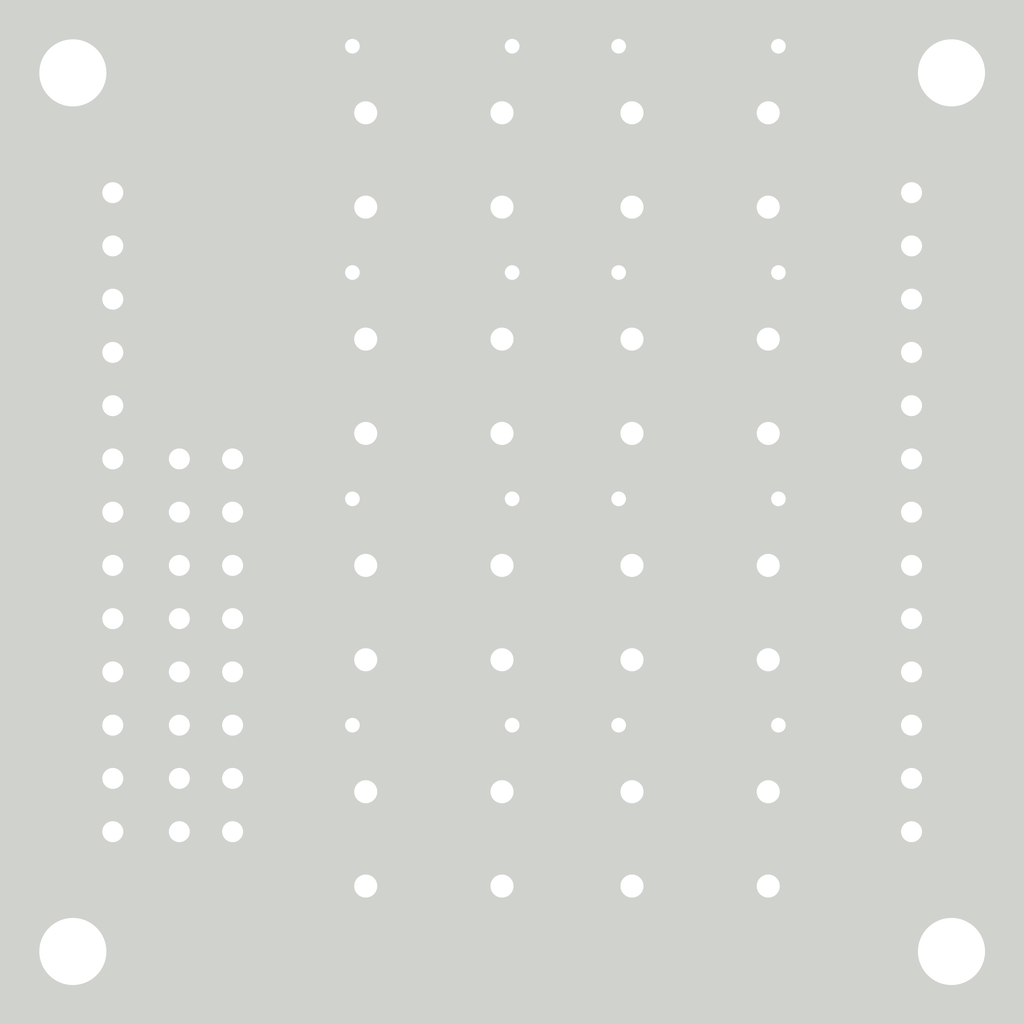
<source format=kicad_pcb>
(kicad_pcb (version 4) (host pcbnew 4.0.7+dfsg1-1~bpo9+1)

  (general
    (links 68)
    (no_connects 0)
    (area 124.46 82.255 173.990001 132.080001)
    (thickness 1.6)
    (drawings 10)
    (tracks 190)
    (zones 0)
    (modules 24)
    (nets 21)
  )

  (page A4)
  (layers
    (0 F.Cu signal)
    (31 B.Cu signal)
    (32 B.Adhes user)
    (33 F.Adhes user)
    (34 B.Paste user)
    (35 F.Paste user)
    (36 B.SilkS user)
    (37 F.SilkS user)
    (38 B.Mask user)
    (39 F.Mask user)
    (40 Dwgs.User user)
    (41 Cmts.User user)
    (42 Eco1.User user)
    (43 Eco2.User user)
    (44 Edge.Cuts user hide)
    (45 Margin user)
    (46 B.CrtYd user)
    (47 F.CrtYd user)
    (48 B.Fab user)
    (49 F.Fab user hide)
  )

  (setup
    (last_trace_width 0.5)
    (user_trace_width 0.5)
    (trace_clearance 0.2)
    (zone_clearance 0.508)
    (zone_45_only no)
    (trace_min 0.2)
    (segment_width 0.2)
    (edge_width 0.1)
    (via_size 0.6)
    (via_drill 0.4)
    (via_min_size 0.4)
    (via_min_drill 0.3)
    (uvia_size 0.3)
    (uvia_drill 0.1)
    (uvias_allowed no)
    (uvia_min_size 0.2)
    (uvia_min_drill 0.1)
    (pcb_text_width 0.3)
    (pcb_text_size 1.5 1.5)
    (mod_edge_width 0.15)
    (mod_text_size 1 1)
    (mod_text_width 0.15)
    (pad_size 1.5 1.5)
    (pad_drill 0.6)
    (pad_to_mask_clearance 0)
    (aux_axis_origin 0 0)
    (visible_elements FFFEFF7F)
    (pcbplotparams
      (layerselection 0x00030_80000001)
      (usegerberextensions false)
      (excludeedgelayer true)
      (linewidth 0.100000)
      (plotframeref false)
      (viasonmask false)
      (mode 1)
      (useauxorigin false)
      (hpglpennumber 1)
      (hpglpenspeed 20)
      (hpglpendiameter 15)
      (hpglpenoverlay 2)
      (psnegative false)
      (psa4output false)
      (plotreference true)
      (plotvalue true)
      (plotinvisibletext false)
      (padsonsilk false)
      (subtractmaskfromsilk false)
      (outputformat 1)
      (mirror false)
      (drillshape 1)
      (scaleselection 1)
      (outputdirectory ""))
  )

  (net 0 "")
  (net 1 /VIN)
  (net 2 /VCC)
  (net 3 /3V3)
  (net 4 Earth)
  (net 5 /L0)
  (net 6 /L1)
  (net 7 /L2)
  (net 8 /L3)
  (net 9 /L4)
  (net 10 /L5)
  (net 11 /L6)
  (net 12 /L7)
  (net 13 "Net-(H2-Pad1)")
  (net 14 "Net-(H2-Pad2)")
  (net 15 "Net-(H2-Pad3)")
  (net 16 "Net-(H2-Pad4)")
  (net 17 "Net-(H2-Pad5)")
  (net 18 "Net-(H2-Pad6)")
  (net 19 "Net-(H2-Pad7)")
  (net 20 "Net-(H2-Pad8)")

  (net_class Default "This is the default net class."
    (clearance 0.2)
    (trace_width 0.25)
    (via_dia 0.6)
    (via_drill 0.4)
    (uvia_dia 0.3)
    (uvia_drill 0.1)
    (add_net /3V3)
    (add_net /L0)
    (add_net /L1)
    (add_net /L2)
    (add_net /L3)
    (add_net /L4)
    (add_net /L5)
    (add_net /L6)
    (add_net /L7)
    (add_net /VCC)
    (add_net /VIN)
    (add_net Earth)
    (add_net "Net-(H2-Pad1)")
    (add_net "Net-(H2-Pad2)")
    (add_net "Net-(H2-Pad3)")
    (add_net "Net-(H2-Pad4)")
    (add_net "Net-(H2-Pad5)")
    (add_net "Net-(H2-Pad6)")
    (add_net "Net-(H2-Pad7)")
    (add_net "Net-(H2-Pad8)")
  )

  (module Socket_Strips:Socket_Strip_Straight_1x13_Pitch2.54mm (layer F.Cu) (tedit 58CD5446) (tstamp 5ACA6AC6)
    (at 168.275 92.075)
    (descr "Through hole straight socket strip, 1x13, 2.54mm pitch, single row")
    (tags "Through hole socket strip THT 1x13 2.54mm single row")
    (path /5AC241F8)
    (fp_text reference O1 (at 0 -2.33) (layer F.SilkS)
      (effects (font (size 1 1) (thickness 0.15)))
    )
    (fp_text value ePlayOutput (at 0 32.81) (layer F.Fab)
      (effects (font (size 1 1) (thickness 0.15)))
    )
    (fp_line (start -1.27 -1.27) (end -1.27 31.75) (layer F.Fab) (width 0.1))
    (fp_line (start -1.27 31.75) (end 1.27 31.75) (layer F.Fab) (width 0.1))
    (fp_line (start 1.27 31.75) (end 1.27 -1.27) (layer F.Fab) (width 0.1))
    (fp_line (start 1.27 -1.27) (end -1.27 -1.27) (layer F.Fab) (width 0.1))
    (fp_line (start -1.33 1.27) (end -1.33 31.81) (layer F.SilkS) (width 0.12))
    (fp_line (start -1.33 31.81) (end 1.33 31.81) (layer F.SilkS) (width 0.12))
    (fp_line (start 1.33 31.81) (end 1.33 1.27) (layer F.SilkS) (width 0.12))
    (fp_line (start 1.33 1.27) (end -1.33 1.27) (layer F.SilkS) (width 0.12))
    (fp_line (start -1.33 0) (end -1.33 -1.33) (layer F.SilkS) (width 0.12))
    (fp_line (start -1.33 -1.33) (end 0 -1.33) (layer F.SilkS) (width 0.12))
    (fp_line (start -1.8 -1.8) (end -1.8 32.25) (layer F.CrtYd) (width 0.05))
    (fp_line (start -1.8 32.25) (end 1.8 32.25) (layer F.CrtYd) (width 0.05))
    (fp_line (start 1.8 32.25) (end 1.8 -1.8) (layer F.CrtYd) (width 0.05))
    (fp_line (start 1.8 -1.8) (end -1.8 -1.8) (layer F.CrtYd) (width 0.05))
    (fp_text user %R (at 0 -2.33) (layer F.Fab)
      (effects (font (size 1 1) (thickness 0.15)))
    )
    (pad 1 thru_hole rect (at 0 0) (size 1.7 1.7) (drill 1) (layers *.Cu *.Mask)
      (net 1 /VIN))
    (pad 2 thru_hole oval (at 0 2.54) (size 1.7 1.7) (drill 1) (layers *.Cu *.Mask)
      (net 2 /VCC))
    (pad 3 thru_hole oval (at 0 5.08) (size 1.7 1.7) (drill 1) (layers *.Cu *.Mask)
      (net 3 /3V3))
    (pad 4 thru_hole oval (at 0 7.62) (size 1.7 1.7) (drill 1) (layers *.Cu *.Mask)
      (net 4 Earth))
    (pad 5 thru_hole oval (at 0 10.16) (size 1.7 1.7) (drill 1) (layers *.Cu *.Mask))
    (pad 6 thru_hole oval (at 0 12.7) (size 1.7 1.7) (drill 1) (layers *.Cu *.Mask)
      (net 5 /L0))
    (pad 7 thru_hole oval (at 0 15.24) (size 1.7 1.7) (drill 1) (layers *.Cu *.Mask)
      (net 6 /L1))
    (pad 8 thru_hole oval (at 0 17.78) (size 1.7 1.7) (drill 1) (layers *.Cu *.Mask)
      (net 7 /L2))
    (pad 9 thru_hole oval (at 0 20.32) (size 1.7 1.7) (drill 1) (layers *.Cu *.Mask)
      (net 8 /L3))
    (pad 10 thru_hole oval (at 0 22.86) (size 1.7 1.7) (drill 1) (layers *.Cu *.Mask)
      (net 9 /L4))
    (pad 11 thru_hole oval (at 0 25.4) (size 1.7 1.7) (drill 1) (layers *.Cu *.Mask)
      (net 10 /L5))
    (pad 12 thru_hole oval (at 0 27.94) (size 1.7 1.7) (drill 1) (layers *.Cu *.Mask)
      (net 11 /L6))
    (pad 13 thru_hole oval (at 0 30.48) (size 1.7 1.7) (drill 1) (layers *.Cu *.Mask)
      (net 12 /L7))
    (model ${KISYS3DMOD}/Socket_Strips.3dshapes/Socket_Strip_Straight_1x13_Pitch2.54mm.wrl
      (at (xyz 0 -0.6 0))
      (scale (xyz 1 1 1))
      (rotate (xyz 0 0 270))
    )
  )

  (module Mounting_Holes:MountingHole_3.2mm_M3 (layer F.Cu) (tedit 5AC2471D) (tstamp 5ACA4CBC)
    (at 128.27 86.36)
    (descr "Mounting Hole 3.2mm, no annular, M3")
    (tags "mounting hole 3.2mm no annular m3")
    (fp_text reference M3 (at 3.175 0) (layer F.Fab)
      (effects (font (size 1 1) (thickness 0.15)))
    )
    (fp_text value "" (at 0 4.2) (layer F.Fab) hide
      (effects (font (size 1 1) (thickness 0.15)))
    )
    (fp_circle (center 0 0) (end 3.2 0) (layer Cmts.User) (width 0.15))
    (fp_circle (center 0 0) (end 3.45 0) (layer F.CrtYd) (width 0.05))
    (pad 1 np_thru_hole circle (at 0 0) (size 3.2 3.2) (drill 3.2) (layers *.Cu *.Mask))
  )

  (module Mounting_Holes:MountingHole_3.2mm_M3 (layer F.Cu) (tedit 5AC24735) (tstamp 5ACA4CC9)
    (at 170.18 86.36)
    (descr "Mounting Hole 3.2mm, no annular, M3")
    (tags "mounting hole 3.2mm no annular m3")
    (fp_text reference M3 (at -3.175 0) (layer F.Fab)
      (effects (font (size 1 1) (thickness 0.15)))
    )
    (fp_text value "" (at 0 4.2) (layer F.Fab) hide
      (effects (font (size 1 1) (thickness 0.15)))
    )
    (fp_circle (center 0 0) (end 3.2 0) (layer Cmts.User) (width 0.15))
    (fp_circle (center 0 0) (end 3.45 0) (layer F.CrtYd) (width 0.05))
    (pad 1 np_thru_hole circle (at 0 0) (size 3.2 3.2) (drill 3.2) (layers *.Cu *.Mask))
  )

  (module Mounting_Holes:MountingHole_3.2mm_M3 (layer F.Cu) (tedit 5AC24739) (tstamp 5ACA4CD6)
    (at 170.18 128.27)
    (descr "Mounting Hole 3.2mm, no annular, M3")
    (tags "mounting hole 3.2mm no annular m3")
    (fp_text reference "" (at 0 -4.2) (layer F.SilkS) hide
      (effects (font (size 1 1) (thickness 0.15)))
    )
    (fp_text value M3 (at -3.175 0) (layer F.Fab)
      (effects (font (size 1 1) (thickness 0.15)))
    )
    (fp_circle (center 0 0) (end 3.2 0) (layer Cmts.User) (width 0.15))
    (fp_circle (center 0 0) (end 3.45 0) (layer F.CrtYd) (width 0.05))
    (pad 1 np_thru_hole circle (at 0 0) (size 3.2 3.2) (drill 3.2) (layers *.Cu *.Mask))
  )

  (module Mounting_Holes:MountingHole_3.2mm_M3 (layer F.Cu) (tedit 5AC24710) (tstamp 5ACA4CE3)
    (at 128.27 128.27)
    (descr "Mounting Hole 3.2mm, no annular, M3")
    (tags "mounting hole 3.2mm no annular m3")
    (fp_text reference "" (at 0 -4.2) (layer F.SilkS) hide
      (effects (font (size 1 1) (thickness 0.15)))
    )
    (fp_text value M3 (at 3.175 0) (layer F.Fab)
      (effects (font (size 1 1) (thickness 0.15)))
    )
    (fp_circle (center 0 0) (end 3.2 0) (layer Cmts.User) (width 0.15))
    (fp_circle (center 0 0) (end 3.45 0) (layer F.CrtYd) (width 0.05))
    (pad 1 np_thru_hole circle (at 0 0) (size 3.2 3.2) (drill 3.2) (layers *.Cu *.Mask))
  )

  (module Pin_Headers:Pin_Header_Straight_1x13_Pitch2.54mm (layer F.Cu) (tedit 59650532) (tstamp 5ACA6B05)
    (at 130.175 92.075)
    (descr "Through hole straight pin header, 1x13, 2.54mm pitch, single row")
    (tags "Through hole pin header THT 1x13 2.54mm single row")
    (path /5AC243A7)
    (fp_text reference I1 (at 0 -2.33) (layer F.SilkS)
      (effects (font (size 1 1) (thickness 0.15)))
    )
    (fp_text value ePlayInput (at 0 32.81) (layer F.Fab)
      (effects (font (size 1 1) (thickness 0.15)))
    )
    (fp_line (start -0.635 -1.27) (end 1.27 -1.27) (layer F.Fab) (width 0.1))
    (fp_line (start 1.27 -1.27) (end 1.27 31.75) (layer F.Fab) (width 0.1))
    (fp_line (start 1.27 31.75) (end -1.27 31.75) (layer F.Fab) (width 0.1))
    (fp_line (start -1.27 31.75) (end -1.27 -0.635) (layer F.Fab) (width 0.1))
    (fp_line (start -1.27 -0.635) (end -0.635 -1.27) (layer F.Fab) (width 0.1))
    (fp_line (start -1.33 31.81) (end 1.33 31.81) (layer F.SilkS) (width 0.12))
    (fp_line (start -1.33 1.27) (end -1.33 31.81) (layer F.SilkS) (width 0.12))
    (fp_line (start 1.33 1.27) (end 1.33 31.81) (layer F.SilkS) (width 0.12))
    (fp_line (start -1.33 1.27) (end 1.33 1.27) (layer F.SilkS) (width 0.12))
    (fp_line (start -1.33 0) (end -1.33 -1.33) (layer F.SilkS) (width 0.12))
    (fp_line (start -1.33 -1.33) (end 0 -1.33) (layer F.SilkS) (width 0.12))
    (fp_line (start -1.8 -1.8) (end -1.8 32.25) (layer F.CrtYd) (width 0.05))
    (fp_line (start -1.8 32.25) (end 1.8 32.25) (layer F.CrtYd) (width 0.05))
    (fp_line (start 1.8 32.25) (end 1.8 -1.8) (layer F.CrtYd) (width 0.05))
    (fp_line (start 1.8 -1.8) (end -1.8 -1.8) (layer F.CrtYd) (width 0.05))
    (fp_text user %R (at 0 15.24 90) (layer F.Fab)
      (effects (font (size 1 1) (thickness 0.15)))
    )
    (pad 1 thru_hole rect (at 0 0) (size 1.7 1.7) (drill 1) (layers *.Cu *.Mask)
      (net 1 /VIN))
    (pad 2 thru_hole oval (at 0 2.54) (size 1.7 1.7) (drill 1) (layers *.Cu *.Mask)
      (net 2 /VCC))
    (pad 3 thru_hole oval (at 0 5.08) (size 1.7 1.7) (drill 1) (layers *.Cu *.Mask)
      (net 3 /3V3))
    (pad 4 thru_hole oval (at 0 7.62) (size 1.7 1.7) (drill 1) (layers *.Cu *.Mask)
      (net 4 Earth))
    (pad 5 thru_hole oval (at 0 10.16) (size 1.7 1.7) (drill 1) (layers *.Cu *.Mask))
    (pad 6 thru_hole oval (at 0 12.7) (size 1.7 1.7) (drill 1) (layers *.Cu *.Mask)
      (net 5 /L0))
    (pad 7 thru_hole oval (at 0 15.24) (size 1.7 1.7) (drill 1) (layers *.Cu *.Mask)
      (net 6 /L1))
    (pad 8 thru_hole oval (at 0 17.78) (size 1.7 1.7) (drill 1) (layers *.Cu *.Mask)
      (net 7 /L2))
    (pad 9 thru_hole oval (at 0 20.32) (size 1.7 1.7) (drill 1) (layers *.Cu *.Mask)
      (net 8 /L3))
    (pad 10 thru_hole oval (at 0 22.86) (size 1.7 1.7) (drill 1) (layers *.Cu *.Mask)
      (net 9 /L4))
    (pad 11 thru_hole oval (at 0 25.4) (size 1.7 1.7) (drill 1) (layers *.Cu *.Mask)
      (net 10 /L5))
    (pad 12 thru_hole oval (at 0 27.94) (size 1.7 1.7) (drill 1) (layers *.Cu *.Mask)
      (net 11 /L6))
    (pad 13 thru_hole oval (at 0 30.48) (size 1.7 1.7) (drill 1) (layers *.Cu *.Mask)
      (net 12 /L7))
    (model ${KISYS3DMOD}/Pin_Headers.3dshapes/Pin_Header_Straight_1x13_Pitch2.54mm.wrl
      (at (xyz 0 0 0))
      (scale (xyz 1 1 1))
      (rotate (xyz 0 0 0))
    )
  )

  (module Pin_Headers:Pin_Header_Straight_1x08_Pitch2.54mm (layer F.Cu) (tedit 5AC25C13) (tstamp 5AC25352)
    (at 133.35 104.775)
    (descr "Through hole straight pin header, 1x08, 2.54mm pitch, single row")
    (tags "Through hole pin header THT 1x08 2.54mm single row")
    (path /5AC24E38)
    (fp_text reference H1 (at 0 20.955) (layer F.SilkS)
      (effects (font (size 1 1) (thickness 0.15)))
    )
    (fp_text value Headers8L (at 0 20.11) (layer F.Fab)
      (effects (font (size 1 1) (thickness 0.15)))
    )
    (fp_line (start -0.635 -1.27) (end 1.27 -1.27) (layer F.Fab) (width 0.1))
    (fp_line (start 1.27 -1.27) (end 1.27 19.05) (layer F.Fab) (width 0.1))
    (fp_line (start 1.27 19.05) (end -1.27 19.05) (layer F.Fab) (width 0.1))
    (fp_line (start -1.27 19.05) (end -1.27 -0.635) (layer F.Fab) (width 0.1))
    (fp_line (start -1.27 -0.635) (end -0.635 -1.27) (layer F.Fab) (width 0.1))
    (fp_line (start -1.33 19.11) (end 1.33 19.11) (layer F.SilkS) (width 0.12))
    (fp_line (start -1.33 1.27) (end -1.33 19.11) (layer F.SilkS) (width 0.12))
    (fp_line (start 1.33 1.27) (end 1.33 19.11) (layer F.SilkS) (width 0.12))
    (fp_line (start -1.33 1.27) (end 1.33 1.27) (layer F.SilkS) (width 0.12))
    (fp_line (start -1.33 0) (end -1.33 -1.33) (layer F.SilkS) (width 0.12))
    (fp_line (start -1.33 -1.33) (end 0 -1.33) (layer F.SilkS) (width 0.12))
    (fp_line (start -1.8 -1.8) (end -1.8 19.55) (layer F.CrtYd) (width 0.05))
    (fp_line (start -1.8 19.55) (end 1.8 19.55) (layer F.CrtYd) (width 0.05))
    (fp_line (start 1.8 19.55) (end 1.8 -1.8) (layer F.CrtYd) (width 0.05))
    (fp_line (start 1.8 -1.8) (end -1.8 -1.8) (layer F.CrtYd) (width 0.05))
    (fp_text user %R (at 0 8.89 90) (layer F.Fab)
      (effects (font (size 1 1) (thickness 0.15)))
    )
    (pad 1 thru_hole rect (at 0 0) (size 1.7 1.7) (drill 1) (layers *.Cu *.Mask)
      (net 5 /L0))
    (pad 2 thru_hole oval (at 0 2.54) (size 1.7 1.7) (drill 1) (layers *.Cu *.Mask)
      (net 6 /L1))
    (pad 3 thru_hole oval (at 0 5.08) (size 1.7 1.7) (drill 1) (layers *.Cu *.Mask)
      (net 7 /L2))
    (pad 4 thru_hole oval (at 0 7.62) (size 1.7 1.7) (drill 1) (layers *.Cu *.Mask)
      (net 8 /L3))
    (pad 5 thru_hole oval (at 0 10.16) (size 1.7 1.7) (drill 1) (layers *.Cu *.Mask)
      (net 9 /L4))
    (pad 6 thru_hole oval (at 0 12.7) (size 1.7 1.7) (drill 1) (layers *.Cu *.Mask)
      (net 10 /L5))
    (pad 7 thru_hole oval (at 0 15.24) (size 1.7 1.7) (drill 1) (layers *.Cu *.Mask)
      (net 11 /L6))
    (pad 8 thru_hole oval (at 0 17.78) (size 1.7 1.7) (drill 1) (layers *.Cu *.Mask)
      (net 12 /L7))
    (model ${KISYS3DMOD}/Pin_Headers.3dshapes/Pin_Header_Straight_1x08_Pitch2.54mm.wrl
      (at (xyz 0 0 0))
      (scale (xyz 1 1 1))
      (rotate (xyz 0 0 0))
    )
  )

  (module Pin_Headers:Pin_Header_Straight_1x08_Pitch2.54mm (layer F.Cu) (tedit 5AC25C17) (tstamp 5AC2536E)
    (at 135.89 104.775)
    (descr "Through hole straight pin header, 1x08, 2.54mm pitch, single row")
    (tags "Through hole pin header THT 1x08 2.54mm single row")
    (path /5AC24EA5)
    (fp_text reference H2 (at 0 20.955) (layer F.SilkS)
      (effects (font (size 1 1) (thickness 0.15)))
    )
    (fp_text value Headers8 (at 0 20.11) (layer F.Fab)
      (effects (font (size 1 1) (thickness 0.15)))
    )
    (fp_line (start -0.635 -1.27) (end 1.27 -1.27) (layer F.Fab) (width 0.1))
    (fp_line (start 1.27 -1.27) (end 1.27 19.05) (layer F.Fab) (width 0.1))
    (fp_line (start 1.27 19.05) (end -1.27 19.05) (layer F.Fab) (width 0.1))
    (fp_line (start -1.27 19.05) (end -1.27 -0.635) (layer F.Fab) (width 0.1))
    (fp_line (start -1.27 -0.635) (end -0.635 -1.27) (layer F.Fab) (width 0.1))
    (fp_line (start -1.33 19.11) (end 1.33 19.11) (layer F.SilkS) (width 0.12))
    (fp_line (start -1.33 1.27) (end -1.33 19.11) (layer F.SilkS) (width 0.12))
    (fp_line (start 1.33 1.27) (end 1.33 19.11) (layer F.SilkS) (width 0.12))
    (fp_line (start -1.33 1.27) (end 1.33 1.27) (layer F.SilkS) (width 0.12))
    (fp_line (start -1.33 0) (end -1.33 -1.33) (layer F.SilkS) (width 0.12))
    (fp_line (start -1.33 -1.33) (end 0 -1.33) (layer F.SilkS) (width 0.12))
    (fp_line (start -1.8 -1.8) (end -1.8 19.55) (layer F.CrtYd) (width 0.05))
    (fp_line (start -1.8 19.55) (end 1.8 19.55) (layer F.CrtYd) (width 0.05))
    (fp_line (start 1.8 19.55) (end 1.8 -1.8) (layer F.CrtYd) (width 0.05))
    (fp_line (start 1.8 -1.8) (end -1.8 -1.8) (layer F.CrtYd) (width 0.05))
    (fp_text user %R (at 0 8.89 90) (layer F.Fab)
      (effects (font (size 1 1) (thickness 0.15)))
    )
    (pad 1 thru_hole rect (at 0 0) (size 1.7 1.7) (drill 1) (layers *.Cu *.Mask)
      (net 13 "Net-(H2-Pad1)"))
    (pad 2 thru_hole oval (at 0 2.54) (size 1.7 1.7) (drill 1) (layers *.Cu *.Mask)
      (net 14 "Net-(H2-Pad2)"))
    (pad 3 thru_hole oval (at 0 5.08) (size 1.7 1.7) (drill 1) (layers *.Cu *.Mask)
      (net 15 "Net-(H2-Pad3)"))
    (pad 4 thru_hole oval (at 0 7.62) (size 1.7 1.7) (drill 1) (layers *.Cu *.Mask)
      (net 16 "Net-(H2-Pad4)"))
    (pad 5 thru_hole oval (at 0 10.16) (size 1.7 1.7) (drill 1) (layers *.Cu *.Mask)
      (net 17 "Net-(H2-Pad5)"))
    (pad 6 thru_hole oval (at 0 12.7) (size 1.7 1.7) (drill 1) (layers *.Cu *.Mask)
      (net 18 "Net-(H2-Pad6)"))
    (pad 7 thru_hole oval (at 0 15.24) (size 1.7 1.7) (drill 1) (layers *.Cu *.Mask)
      (net 19 "Net-(H2-Pad7)"))
    (pad 8 thru_hole oval (at 0 17.78) (size 1.7 1.7) (drill 1) (layers *.Cu *.Mask)
      (net 20 "Net-(H2-Pad8)"))
    (model ${KISYS3DMOD}/Pin_Headers.3dshapes/Pin_Header_Straight_1x08_Pitch2.54mm.wrl
      (at (xyz 0 0 0))
      (scale (xyz 1 1 1))
      (rotate (xyz 0 0 0))
    )
  )

  (module Resistors_THT:R_Axial_DIN0204_L3.6mm_D1.6mm_P7.62mm_Horizontal (layer F.Cu) (tedit 5AC25AE2) (tstamp 5AC25384)
    (at 149.225 85.09 180)
    (descr "Resistor, Axial_DIN0204 series, Axial, Horizontal, pin pitch=7.62mm, 0.16666666666666666W = 1/6W, length*diameter=3.6*1.6mm^2, http://cdn-reichelt.de/documents/datenblatt/B400/1_4W%23YAG.pdf")
    (tags "Resistor Axial_DIN0204 series Axial Horizontal pin pitch 7.62mm 0.16666666666666666W = 1/6W length 3.6mm diameter 1.6mm")
    (path /5AC24EDA)
    (fp_text reference R0 (at 3.81 0 180) (layer F.SilkS)
      (effects (font (size 1 1) (thickness 0.15)))
    )
    (fp_text value 1K (at 3.81 1.86 180) (layer F.Fab)
      (effects (font (size 1 1) (thickness 0.15)))
    )
    (fp_line (start 2.01 -0.8) (end 2.01 0.8) (layer F.Fab) (width 0.1))
    (fp_line (start 2.01 0.8) (end 5.61 0.8) (layer F.Fab) (width 0.1))
    (fp_line (start 5.61 0.8) (end 5.61 -0.8) (layer F.Fab) (width 0.1))
    (fp_line (start 5.61 -0.8) (end 2.01 -0.8) (layer F.Fab) (width 0.1))
    (fp_line (start 0 0) (end 2.01 0) (layer F.Fab) (width 0.1))
    (fp_line (start 7.62 0) (end 5.61 0) (layer F.Fab) (width 0.1))
    (fp_line (start 1.95 -0.86) (end 1.95 0.86) (layer F.SilkS) (width 0.12))
    (fp_line (start 1.95 0.86) (end 5.67 0.86) (layer F.SilkS) (width 0.12))
    (fp_line (start 5.67 0.86) (end 5.67 -0.86) (layer F.SilkS) (width 0.12))
    (fp_line (start 5.67 -0.86) (end 1.95 -0.86) (layer F.SilkS) (width 0.12))
    (fp_line (start 0.88 0) (end 1.95 0) (layer F.SilkS) (width 0.12))
    (fp_line (start 6.74 0) (end 5.67 0) (layer F.SilkS) (width 0.12))
    (fp_line (start -0.95 -1.15) (end -0.95 1.15) (layer F.CrtYd) (width 0.05))
    (fp_line (start -0.95 1.15) (end 8.6 1.15) (layer F.CrtYd) (width 0.05))
    (fp_line (start 8.6 1.15) (end 8.6 -1.15) (layer F.CrtYd) (width 0.05))
    (fp_line (start 8.6 -1.15) (end -0.95 -1.15) (layer F.CrtYd) (width 0.05))
    (pad 1 thru_hole circle (at 0 0 180) (size 1.4 1.4) (drill 0.7) (layers *.Cu *.Mask)
      (net 2 /VCC))
    (pad 2 thru_hole oval (at 7.62 0 180) (size 1.4 1.4) (drill 0.7) (layers *.Cu *.Mask)
      (net 13 "Net-(H2-Pad1)"))
    (model ${KISYS3DMOD}/Resistors_THT.3dshapes/R_Axial_DIN0204_L3.6mm_D1.6mm_P7.62mm_Horizontal.wrl
      (at (xyz 0 0 0))
      (scale (xyz 0.393701 0.393701 0.393701))
      (rotate (xyz 0 0 0))
    )
  )

  (module Resistors_THT:R_Axial_DIN0204_L3.6mm_D1.6mm_P7.62mm_Horizontal (layer F.Cu) (tedit 5AC25AE5) (tstamp 5AC2539A)
    (at 154.305 85.09)
    (descr "Resistor, Axial_DIN0204 series, Axial, Horizontal, pin pitch=7.62mm, 0.16666666666666666W = 1/6W, length*diameter=3.6*1.6mm^2, http://cdn-reichelt.de/documents/datenblatt/B400/1_4W%23YAG.pdf")
    (tags "Resistor Axial_DIN0204 series Axial Horizontal pin pitch 7.62mm 0.16666666666666666W = 1/6W length 3.6mm diameter 1.6mm")
    (path /5AC250D4)
    (fp_text reference R1 (at 3.81 0) (layer F.SilkS)
      (effects (font (size 1 1) (thickness 0.15)))
    )
    (fp_text value 1K (at 3.81 1.86) (layer F.Fab)
      (effects (font (size 1 1) (thickness 0.15)))
    )
    (fp_line (start 2.01 -0.8) (end 2.01 0.8) (layer F.Fab) (width 0.1))
    (fp_line (start 2.01 0.8) (end 5.61 0.8) (layer F.Fab) (width 0.1))
    (fp_line (start 5.61 0.8) (end 5.61 -0.8) (layer F.Fab) (width 0.1))
    (fp_line (start 5.61 -0.8) (end 2.01 -0.8) (layer F.Fab) (width 0.1))
    (fp_line (start 0 0) (end 2.01 0) (layer F.Fab) (width 0.1))
    (fp_line (start 7.62 0) (end 5.61 0) (layer F.Fab) (width 0.1))
    (fp_line (start 1.95 -0.86) (end 1.95 0.86) (layer F.SilkS) (width 0.12))
    (fp_line (start 1.95 0.86) (end 5.67 0.86) (layer F.SilkS) (width 0.12))
    (fp_line (start 5.67 0.86) (end 5.67 -0.86) (layer F.SilkS) (width 0.12))
    (fp_line (start 5.67 -0.86) (end 1.95 -0.86) (layer F.SilkS) (width 0.12))
    (fp_line (start 0.88 0) (end 1.95 0) (layer F.SilkS) (width 0.12))
    (fp_line (start 6.74 0) (end 5.67 0) (layer F.SilkS) (width 0.12))
    (fp_line (start -0.95 -1.15) (end -0.95 1.15) (layer F.CrtYd) (width 0.05))
    (fp_line (start -0.95 1.15) (end 8.6 1.15) (layer F.CrtYd) (width 0.05))
    (fp_line (start 8.6 1.15) (end 8.6 -1.15) (layer F.CrtYd) (width 0.05))
    (fp_line (start 8.6 -1.15) (end -0.95 -1.15) (layer F.CrtYd) (width 0.05))
    (pad 1 thru_hole circle (at 0 0) (size 1.4 1.4) (drill 0.7) (layers *.Cu *.Mask)
      (net 2 /VCC))
    (pad 2 thru_hole oval (at 7.62 0) (size 1.4 1.4) (drill 0.7) (layers *.Cu *.Mask)
      (net 14 "Net-(H2-Pad2)"))
    (model ${KISYS3DMOD}/Resistors_THT.3dshapes/R_Axial_DIN0204_L3.6mm_D1.6mm_P7.62mm_Horizontal.wrl
      (at (xyz 0 0 0))
      (scale (xyz 0.393701 0.393701 0.393701))
      (rotate (xyz 0 0 0))
    )
  )

  (module Resistors_THT:R_Axial_DIN0204_L3.6mm_D1.6mm_P7.62mm_Horizontal (layer F.Cu) (tedit 5AC25AEB) (tstamp 5AC253B0)
    (at 149.225 95.885 180)
    (descr "Resistor, Axial_DIN0204 series, Axial, Horizontal, pin pitch=7.62mm, 0.16666666666666666W = 1/6W, length*diameter=3.6*1.6mm^2, http://cdn-reichelt.de/documents/datenblatt/B400/1_4W%23YAG.pdf")
    (tags "Resistor Axial_DIN0204 series Axial Horizontal pin pitch 7.62mm 0.16666666666666666W = 1/6W length 3.6mm diameter 1.6mm")
    (path /5AC25125)
    (fp_text reference R2 (at 3.81 0 180) (layer F.SilkS)
      (effects (font (size 1 1) (thickness 0.15)))
    )
    (fp_text value 1K (at 3.81 1.86 180) (layer F.Fab)
      (effects (font (size 1 1) (thickness 0.15)))
    )
    (fp_line (start 2.01 -0.8) (end 2.01 0.8) (layer F.Fab) (width 0.1))
    (fp_line (start 2.01 0.8) (end 5.61 0.8) (layer F.Fab) (width 0.1))
    (fp_line (start 5.61 0.8) (end 5.61 -0.8) (layer F.Fab) (width 0.1))
    (fp_line (start 5.61 -0.8) (end 2.01 -0.8) (layer F.Fab) (width 0.1))
    (fp_line (start 0 0) (end 2.01 0) (layer F.Fab) (width 0.1))
    (fp_line (start 7.62 0) (end 5.61 0) (layer F.Fab) (width 0.1))
    (fp_line (start 1.95 -0.86) (end 1.95 0.86) (layer F.SilkS) (width 0.12))
    (fp_line (start 1.95 0.86) (end 5.67 0.86) (layer F.SilkS) (width 0.12))
    (fp_line (start 5.67 0.86) (end 5.67 -0.86) (layer F.SilkS) (width 0.12))
    (fp_line (start 5.67 -0.86) (end 1.95 -0.86) (layer F.SilkS) (width 0.12))
    (fp_line (start 0.88 0) (end 1.95 0) (layer F.SilkS) (width 0.12))
    (fp_line (start 6.74 0) (end 5.67 0) (layer F.SilkS) (width 0.12))
    (fp_line (start -0.95 -1.15) (end -0.95 1.15) (layer F.CrtYd) (width 0.05))
    (fp_line (start -0.95 1.15) (end 8.6 1.15) (layer F.CrtYd) (width 0.05))
    (fp_line (start 8.6 1.15) (end 8.6 -1.15) (layer F.CrtYd) (width 0.05))
    (fp_line (start 8.6 -1.15) (end -0.95 -1.15) (layer F.CrtYd) (width 0.05))
    (pad 1 thru_hole circle (at 0 0 180) (size 1.4 1.4) (drill 0.7) (layers *.Cu *.Mask)
      (net 2 /VCC))
    (pad 2 thru_hole oval (at 7.62 0 180) (size 1.4 1.4) (drill 0.7) (layers *.Cu *.Mask)
      (net 15 "Net-(H2-Pad3)"))
    (model ${KISYS3DMOD}/Resistors_THT.3dshapes/R_Axial_DIN0204_L3.6mm_D1.6mm_P7.62mm_Horizontal.wrl
      (at (xyz 0 0 0))
      (scale (xyz 0.393701 0.393701 0.393701))
      (rotate (xyz 0 0 0))
    )
  )

  (module Resistors_THT:R_Axial_DIN0204_L3.6mm_D1.6mm_P7.62mm_Horizontal (layer F.Cu) (tedit 5AC25AE8) (tstamp 5AC253C6)
    (at 154.305 95.885)
    (descr "Resistor, Axial_DIN0204 series, Axial, Horizontal, pin pitch=7.62mm, 0.16666666666666666W = 1/6W, length*diameter=3.6*1.6mm^2, http://cdn-reichelt.de/documents/datenblatt/B400/1_4W%23YAG.pdf")
    (tags "Resistor Axial_DIN0204 series Axial Horizontal pin pitch 7.62mm 0.16666666666666666W = 1/6W length 3.6mm diameter 1.6mm")
    (path /5AC2514E)
    (fp_text reference R3 (at 3.81 0) (layer F.SilkS)
      (effects (font (size 1 1) (thickness 0.15)))
    )
    (fp_text value 1K (at 3.81 1.86) (layer F.Fab)
      (effects (font (size 1 1) (thickness 0.15)))
    )
    (fp_line (start 2.01 -0.8) (end 2.01 0.8) (layer F.Fab) (width 0.1))
    (fp_line (start 2.01 0.8) (end 5.61 0.8) (layer F.Fab) (width 0.1))
    (fp_line (start 5.61 0.8) (end 5.61 -0.8) (layer F.Fab) (width 0.1))
    (fp_line (start 5.61 -0.8) (end 2.01 -0.8) (layer F.Fab) (width 0.1))
    (fp_line (start 0 0) (end 2.01 0) (layer F.Fab) (width 0.1))
    (fp_line (start 7.62 0) (end 5.61 0) (layer F.Fab) (width 0.1))
    (fp_line (start 1.95 -0.86) (end 1.95 0.86) (layer F.SilkS) (width 0.12))
    (fp_line (start 1.95 0.86) (end 5.67 0.86) (layer F.SilkS) (width 0.12))
    (fp_line (start 5.67 0.86) (end 5.67 -0.86) (layer F.SilkS) (width 0.12))
    (fp_line (start 5.67 -0.86) (end 1.95 -0.86) (layer F.SilkS) (width 0.12))
    (fp_line (start 0.88 0) (end 1.95 0) (layer F.SilkS) (width 0.12))
    (fp_line (start 6.74 0) (end 5.67 0) (layer F.SilkS) (width 0.12))
    (fp_line (start -0.95 -1.15) (end -0.95 1.15) (layer F.CrtYd) (width 0.05))
    (fp_line (start -0.95 1.15) (end 8.6 1.15) (layer F.CrtYd) (width 0.05))
    (fp_line (start 8.6 1.15) (end 8.6 -1.15) (layer F.CrtYd) (width 0.05))
    (fp_line (start 8.6 -1.15) (end -0.95 -1.15) (layer F.CrtYd) (width 0.05))
    (pad 1 thru_hole circle (at 0 0) (size 1.4 1.4) (drill 0.7) (layers *.Cu *.Mask)
      (net 2 /VCC))
    (pad 2 thru_hole oval (at 7.62 0) (size 1.4 1.4) (drill 0.7) (layers *.Cu *.Mask)
      (net 16 "Net-(H2-Pad4)"))
    (model ${KISYS3DMOD}/Resistors_THT.3dshapes/R_Axial_DIN0204_L3.6mm_D1.6mm_P7.62mm_Horizontal.wrl
      (at (xyz 0 0 0))
      (scale (xyz 0.393701 0.393701 0.393701))
      (rotate (xyz 0 0 0))
    )
  )

  (module Resistors_THT:R_Axial_DIN0204_L3.6mm_D1.6mm_P7.62mm_Horizontal (layer F.Cu) (tedit 5AC25AEF) (tstamp 5AC253DC)
    (at 149.225 106.68 180)
    (descr "Resistor, Axial_DIN0204 series, Axial, Horizontal, pin pitch=7.62mm, 0.16666666666666666W = 1/6W, length*diameter=3.6*1.6mm^2, http://cdn-reichelt.de/documents/datenblatt/B400/1_4W%23YAG.pdf")
    (tags "Resistor Axial_DIN0204 series Axial Horizontal pin pitch 7.62mm 0.16666666666666666W = 1/6W length 3.6mm diameter 1.6mm")
    (path /5AC25189)
    (fp_text reference R4 (at 3.81 0 180) (layer F.SilkS)
      (effects (font (size 1 1) (thickness 0.15)))
    )
    (fp_text value 1K (at 3.81 1.86 180) (layer F.Fab)
      (effects (font (size 1 1) (thickness 0.15)))
    )
    (fp_line (start 2.01 -0.8) (end 2.01 0.8) (layer F.Fab) (width 0.1))
    (fp_line (start 2.01 0.8) (end 5.61 0.8) (layer F.Fab) (width 0.1))
    (fp_line (start 5.61 0.8) (end 5.61 -0.8) (layer F.Fab) (width 0.1))
    (fp_line (start 5.61 -0.8) (end 2.01 -0.8) (layer F.Fab) (width 0.1))
    (fp_line (start 0 0) (end 2.01 0) (layer F.Fab) (width 0.1))
    (fp_line (start 7.62 0) (end 5.61 0) (layer F.Fab) (width 0.1))
    (fp_line (start 1.95 -0.86) (end 1.95 0.86) (layer F.SilkS) (width 0.12))
    (fp_line (start 1.95 0.86) (end 5.67 0.86) (layer F.SilkS) (width 0.12))
    (fp_line (start 5.67 0.86) (end 5.67 -0.86) (layer F.SilkS) (width 0.12))
    (fp_line (start 5.67 -0.86) (end 1.95 -0.86) (layer F.SilkS) (width 0.12))
    (fp_line (start 0.88 0) (end 1.95 0) (layer F.SilkS) (width 0.12))
    (fp_line (start 6.74 0) (end 5.67 0) (layer F.SilkS) (width 0.12))
    (fp_line (start -0.95 -1.15) (end -0.95 1.15) (layer F.CrtYd) (width 0.05))
    (fp_line (start -0.95 1.15) (end 8.6 1.15) (layer F.CrtYd) (width 0.05))
    (fp_line (start 8.6 1.15) (end 8.6 -1.15) (layer F.CrtYd) (width 0.05))
    (fp_line (start 8.6 -1.15) (end -0.95 -1.15) (layer F.CrtYd) (width 0.05))
    (pad 1 thru_hole circle (at 0 0 180) (size 1.4 1.4) (drill 0.7) (layers *.Cu *.Mask)
      (net 2 /VCC))
    (pad 2 thru_hole oval (at 7.62 0 180) (size 1.4 1.4) (drill 0.7) (layers *.Cu *.Mask)
      (net 17 "Net-(H2-Pad5)"))
    (model ${KISYS3DMOD}/Resistors_THT.3dshapes/R_Axial_DIN0204_L3.6mm_D1.6mm_P7.62mm_Horizontal.wrl
      (at (xyz 0 0 0))
      (scale (xyz 0.393701 0.393701 0.393701))
      (rotate (xyz 0 0 0))
    )
  )

  (module Resistors_THT:R_Axial_DIN0204_L3.6mm_D1.6mm_P7.62mm_Horizontal (layer F.Cu) (tedit 5AC25AF2) (tstamp 5AC253F2)
    (at 154.305 106.68)
    (descr "Resistor, Axial_DIN0204 series, Axial, Horizontal, pin pitch=7.62mm, 0.16666666666666666W = 1/6W, length*diameter=3.6*1.6mm^2, http://cdn-reichelt.de/documents/datenblatt/B400/1_4W%23YAG.pdf")
    (tags "Resistor Axial_DIN0204 series Axial Horizontal pin pitch 7.62mm 0.16666666666666666W = 1/6W length 3.6mm diameter 1.6mm")
    (path /5AC251BC)
    (fp_text reference R5 (at 3.81 0) (layer F.SilkS)
      (effects (font (size 1 1) (thickness 0.15)))
    )
    (fp_text value 1K (at 3.81 1.86) (layer F.Fab)
      (effects (font (size 1 1) (thickness 0.15)))
    )
    (fp_line (start 2.01 -0.8) (end 2.01 0.8) (layer F.Fab) (width 0.1))
    (fp_line (start 2.01 0.8) (end 5.61 0.8) (layer F.Fab) (width 0.1))
    (fp_line (start 5.61 0.8) (end 5.61 -0.8) (layer F.Fab) (width 0.1))
    (fp_line (start 5.61 -0.8) (end 2.01 -0.8) (layer F.Fab) (width 0.1))
    (fp_line (start 0 0) (end 2.01 0) (layer F.Fab) (width 0.1))
    (fp_line (start 7.62 0) (end 5.61 0) (layer F.Fab) (width 0.1))
    (fp_line (start 1.95 -0.86) (end 1.95 0.86) (layer F.SilkS) (width 0.12))
    (fp_line (start 1.95 0.86) (end 5.67 0.86) (layer F.SilkS) (width 0.12))
    (fp_line (start 5.67 0.86) (end 5.67 -0.86) (layer F.SilkS) (width 0.12))
    (fp_line (start 5.67 -0.86) (end 1.95 -0.86) (layer F.SilkS) (width 0.12))
    (fp_line (start 0.88 0) (end 1.95 0) (layer F.SilkS) (width 0.12))
    (fp_line (start 6.74 0) (end 5.67 0) (layer F.SilkS) (width 0.12))
    (fp_line (start -0.95 -1.15) (end -0.95 1.15) (layer F.CrtYd) (width 0.05))
    (fp_line (start -0.95 1.15) (end 8.6 1.15) (layer F.CrtYd) (width 0.05))
    (fp_line (start 8.6 1.15) (end 8.6 -1.15) (layer F.CrtYd) (width 0.05))
    (fp_line (start 8.6 -1.15) (end -0.95 -1.15) (layer F.CrtYd) (width 0.05))
    (pad 1 thru_hole circle (at 0 0) (size 1.4 1.4) (drill 0.7) (layers *.Cu *.Mask)
      (net 2 /VCC))
    (pad 2 thru_hole oval (at 7.62 0) (size 1.4 1.4) (drill 0.7) (layers *.Cu *.Mask)
      (net 18 "Net-(H2-Pad6)"))
    (model ${KISYS3DMOD}/Resistors_THT.3dshapes/R_Axial_DIN0204_L3.6mm_D1.6mm_P7.62mm_Horizontal.wrl
      (at (xyz 0 0 0))
      (scale (xyz 0.393701 0.393701 0.393701))
      (rotate (xyz 0 0 0))
    )
  )

  (module Resistors_THT:R_Axial_DIN0204_L3.6mm_D1.6mm_P7.62mm_Horizontal (layer F.Cu) (tedit 5AC25AFC) (tstamp 5AC25408)
    (at 149.225 117.475 180)
    (descr "Resistor, Axial_DIN0204 series, Axial, Horizontal, pin pitch=7.62mm, 0.16666666666666666W = 1/6W, length*diameter=3.6*1.6mm^2, http://cdn-reichelt.de/documents/datenblatt/B400/1_4W%23YAG.pdf")
    (tags "Resistor Axial_DIN0204 series Axial Horizontal pin pitch 7.62mm 0.16666666666666666W = 1/6W length 3.6mm diameter 1.6mm")
    (path /5AC251EB)
    (fp_text reference R6 (at 3.81 0 180) (layer F.SilkS)
      (effects (font (size 1 1) (thickness 0.15)))
    )
    (fp_text value 1K (at 3.81 1.86 180) (layer F.Fab)
      (effects (font (size 1 1) (thickness 0.15)))
    )
    (fp_line (start 2.01 -0.8) (end 2.01 0.8) (layer F.Fab) (width 0.1))
    (fp_line (start 2.01 0.8) (end 5.61 0.8) (layer F.Fab) (width 0.1))
    (fp_line (start 5.61 0.8) (end 5.61 -0.8) (layer F.Fab) (width 0.1))
    (fp_line (start 5.61 -0.8) (end 2.01 -0.8) (layer F.Fab) (width 0.1))
    (fp_line (start 0 0) (end 2.01 0) (layer F.Fab) (width 0.1))
    (fp_line (start 7.62 0) (end 5.61 0) (layer F.Fab) (width 0.1))
    (fp_line (start 1.95 -0.86) (end 1.95 0.86) (layer F.SilkS) (width 0.12))
    (fp_line (start 1.95 0.86) (end 5.67 0.86) (layer F.SilkS) (width 0.12))
    (fp_line (start 5.67 0.86) (end 5.67 -0.86) (layer F.SilkS) (width 0.12))
    (fp_line (start 5.67 -0.86) (end 1.95 -0.86) (layer F.SilkS) (width 0.12))
    (fp_line (start 0.88 0) (end 1.95 0) (layer F.SilkS) (width 0.12))
    (fp_line (start 6.74 0) (end 5.67 0) (layer F.SilkS) (width 0.12))
    (fp_line (start -0.95 -1.15) (end -0.95 1.15) (layer F.CrtYd) (width 0.05))
    (fp_line (start -0.95 1.15) (end 8.6 1.15) (layer F.CrtYd) (width 0.05))
    (fp_line (start 8.6 1.15) (end 8.6 -1.15) (layer F.CrtYd) (width 0.05))
    (fp_line (start 8.6 -1.15) (end -0.95 -1.15) (layer F.CrtYd) (width 0.05))
    (pad 1 thru_hole circle (at 0 0 180) (size 1.4 1.4) (drill 0.7) (layers *.Cu *.Mask)
      (net 2 /VCC))
    (pad 2 thru_hole oval (at 7.62 0 180) (size 1.4 1.4) (drill 0.7) (layers *.Cu *.Mask)
      (net 19 "Net-(H2-Pad7)"))
    (model ${KISYS3DMOD}/Resistors_THT.3dshapes/R_Axial_DIN0204_L3.6mm_D1.6mm_P7.62mm_Horizontal.wrl
      (at (xyz 0 0 0))
      (scale (xyz 0.393701 0.393701 0.393701))
      (rotate (xyz 0 0 0))
    )
  )

  (module Resistors_THT:R_Axial_DIN0204_L3.6mm_D1.6mm_P7.62mm_Horizontal (layer F.Cu) (tedit 5AC25AF9) (tstamp 5AC2541E)
    (at 154.305 117.475)
    (descr "Resistor, Axial_DIN0204 series, Axial, Horizontal, pin pitch=7.62mm, 0.16666666666666666W = 1/6W, length*diameter=3.6*1.6mm^2, http://cdn-reichelt.de/documents/datenblatt/B400/1_4W%23YAG.pdf")
    (tags "Resistor Axial_DIN0204 series Axial Horizontal pin pitch 7.62mm 0.16666666666666666W = 1/6W length 3.6mm diameter 1.6mm")
    (path /5AC2521E)
    (fp_text reference R7 (at 3.81 0) (layer F.SilkS)
      (effects (font (size 1 1) (thickness 0.15)))
    )
    (fp_text value 1K (at 3.81 1.86) (layer F.Fab)
      (effects (font (size 1 1) (thickness 0.15)))
    )
    (fp_line (start 2.01 -0.8) (end 2.01 0.8) (layer F.Fab) (width 0.1))
    (fp_line (start 2.01 0.8) (end 5.61 0.8) (layer F.Fab) (width 0.1))
    (fp_line (start 5.61 0.8) (end 5.61 -0.8) (layer F.Fab) (width 0.1))
    (fp_line (start 5.61 -0.8) (end 2.01 -0.8) (layer F.Fab) (width 0.1))
    (fp_line (start 0 0) (end 2.01 0) (layer F.Fab) (width 0.1))
    (fp_line (start 7.62 0) (end 5.61 0) (layer F.Fab) (width 0.1))
    (fp_line (start 1.95 -0.86) (end 1.95 0.86) (layer F.SilkS) (width 0.12))
    (fp_line (start 1.95 0.86) (end 5.67 0.86) (layer F.SilkS) (width 0.12))
    (fp_line (start 5.67 0.86) (end 5.67 -0.86) (layer F.SilkS) (width 0.12))
    (fp_line (start 5.67 -0.86) (end 1.95 -0.86) (layer F.SilkS) (width 0.12))
    (fp_line (start 0.88 0) (end 1.95 0) (layer F.SilkS) (width 0.12))
    (fp_line (start 6.74 0) (end 5.67 0) (layer F.SilkS) (width 0.12))
    (fp_line (start -0.95 -1.15) (end -0.95 1.15) (layer F.CrtYd) (width 0.05))
    (fp_line (start -0.95 1.15) (end 8.6 1.15) (layer F.CrtYd) (width 0.05))
    (fp_line (start 8.6 1.15) (end 8.6 -1.15) (layer F.CrtYd) (width 0.05))
    (fp_line (start 8.6 -1.15) (end -0.95 -1.15) (layer F.CrtYd) (width 0.05))
    (pad 1 thru_hole circle (at 0 0) (size 1.4 1.4) (drill 0.7) (layers *.Cu *.Mask)
      (net 2 /VCC))
    (pad 2 thru_hole oval (at 7.62 0) (size 1.4 1.4) (drill 0.7) (layers *.Cu *.Mask)
      (net 20 "Net-(H2-Pad8)"))
    (model ${KISYS3DMOD}/Resistors_THT.3dshapes/R_Axial_DIN0204_L3.6mm_D1.6mm_P7.62mm_Horizontal.wrl
      (at (xyz 0 0 0))
      (scale (xyz 0.393701 0.393701 0.393701))
      (rotate (xyz 0 0 0))
    )
  )

  (module Buttons_Switches_THT:SW_PUSH_6mm (layer F.Cu) (tedit 5AC25A66) (tstamp 5AC2543D)
    (at 142.24 88.265)
    (descr https://www.omron.com/ecb/products/pdf/en-b3f.pdf)
    (tags "tact sw push 6mm")
    (path /5AC24D69)
    (fp_text reference SW1 (at 3.175 2.54) (layer F.SilkS)
      (effects (font (size 1 1) (thickness 0.15)))
    )
    (fp_text value SW_Push (at 3.75 6.7) (layer F.Fab)
      (effects (font (size 1 1) (thickness 0.15)))
    )
    (fp_text user %R (at 3.25 2.25) (layer F.Fab)
      (effects (font (size 1 1) (thickness 0.15)))
    )
    (fp_line (start 3.25 -0.75) (end 6.25 -0.75) (layer F.Fab) (width 0.1))
    (fp_line (start 6.25 -0.75) (end 6.25 5.25) (layer F.Fab) (width 0.1))
    (fp_line (start 6.25 5.25) (end 0.25 5.25) (layer F.Fab) (width 0.1))
    (fp_line (start 0.25 5.25) (end 0.25 -0.75) (layer F.Fab) (width 0.1))
    (fp_line (start 0.25 -0.75) (end 3.25 -0.75) (layer F.Fab) (width 0.1))
    (fp_line (start 7.75 6) (end 8 6) (layer F.CrtYd) (width 0.05))
    (fp_line (start 8 6) (end 8 5.75) (layer F.CrtYd) (width 0.05))
    (fp_line (start 7.75 -1.5) (end 8 -1.5) (layer F.CrtYd) (width 0.05))
    (fp_line (start 8 -1.5) (end 8 -1.25) (layer F.CrtYd) (width 0.05))
    (fp_line (start -1.5 -1.25) (end -1.5 -1.5) (layer F.CrtYd) (width 0.05))
    (fp_line (start -1.5 -1.5) (end -1.25 -1.5) (layer F.CrtYd) (width 0.05))
    (fp_line (start -1.5 5.75) (end -1.5 6) (layer F.CrtYd) (width 0.05))
    (fp_line (start -1.5 6) (end -1.25 6) (layer F.CrtYd) (width 0.05))
    (fp_line (start -1.25 -1.5) (end 7.75 -1.5) (layer F.CrtYd) (width 0.05))
    (fp_line (start -1.5 5.75) (end -1.5 -1.25) (layer F.CrtYd) (width 0.05))
    (fp_line (start 7.75 6) (end -1.25 6) (layer F.CrtYd) (width 0.05))
    (fp_line (start 8 -1.25) (end 8 5.75) (layer F.CrtYd) (width 0.05))
    (fp_line (start 1 5.5) (end 5.5 5.5) (layer F.SilkS) (width 0.12))
    (fp_line (start -0.25 1.5) (end -0.25 3) (layer F.SilkS) (width 0.12))
    (fp_line (start 5.5 -1) (end 1 -1) (layer F.SilkS) (width 0.12))
    (fp_line (start 6.75 3) (end 6.75 1.5) (layer F.SilkS) (width 0.12))
    (fp_circle (center 3.25 2.25) (end 1.25 2.5) (layer F.Fab) (width 0.1))
    (pad 2 thru_hole circle (at 0 4.5 90) (size 2 2) (drill 1.1) (layers *.Cu *.Mask)
      (net 4 Earth))
    (pad 1 thru_hole circle (at 0 0 90) (size 2 2) (drill 1.1) (layers *.Cu *.Mask)
      (net 13 "Net-(H2-Pad1)"))
    (pad 2 thru_hole circle (at 6.5 4.5 90) (size 2 2) (drill 1.1) (layers *.Cu *.Mask)
      (net 4 Earth))
    (pad 1 thru_hole circle (at 6.5 0 90) (size 2 2) (drill 1.1) (layers *.Cu *.Mask)
      (net 13 "Net-(H2-Pad1)"))
    (model ${KISYS3DMOD}/Buttons_Switches_THT.3dshapes/SW_PUSH_6mm.wrl
      (at (xyz 0.005 0 0))
      (scale (xyz 0.3937 0.3937 0.3937))
      (rotate (xyz 0 0 0))
    )
  )

  (module Buttons_Switches_THT:SW_PUSH_6mm (layer F.Cu) (tedit 5AC25A61) (tstamp 5AC2545C)
    (at 154.94 88.265)
    (descr https://www.omron.com/ecb/products/pdf/en-b3f.pdf)
    (tags "tact sw push 6mm")
    (path /5AC25251)
    (fp_text reference SW2 (at 3.175 2.54) (layer F.SilkS)
      (effects (font (size 1 1) (thickness 0.15)))
    )
    (fp_text value SW_Push (at 3.75 6.7) (layer F.Fab)
      (effects (font (size 1 1) (thickness 0.15)))
    )
    (fp_text user %R (at 3.25 2.25) (layer F.Fab)
      (effects (font (size 1 1) (thickness 0.15)))
    )
    (fp_line (start 3.25 -0.75) (end 6.25 -0.75) (layer F.Fab) (width 0.1))
    (fp_line (start 6.25 -0.75) (end 6.25 5.25) (layer F.Fab) (width 0.1))
    (fp_line (start 6.25 5.25) (end 0.25 5.25) (layer F.Fab) (width 0.1))
    (fp_line (start 0.25 5.25) (end 0.25 -0.75) (layer F.Fab) (width 0.1))
    (fp_line (start 0.25 -0.75) (end 3.25 -0.75) (layer F.Fab) (width 0.1))
    (fp_line (start 7.75 6) (end 8 6) (layer F.CrtYd) (width 0.05))
    (fp_line (start 8 6) (end 8 5.75) (layer F.CrtYd) (width 0.05))
    (fp_line (start 7.75 -1.5) (end 8 -1.5) (layer F.CrtYd) (width 0.05))
    (fp_line (start 8 -1.5) (end 8 -1.25) (layer F.CrtYd) (width 0.05))
    (fp_line (start -1.5 -1.25) (end -1.5 -1.5) (layer F.CrtYd) (width 0.05))
    (fp_line (start -1.5 -1.5) (end -1.25 -1.5) (layer F.CrtYd) (width 0.05))
    (fp_line (start -1.5 5.75) (end -1.5 6) (layer F.CrtYd) (width 0.05))
    (fp_line (start -1.5 6) (end -1.25 6) (layer F.CrtYd) (width 0.05))
    (fp_line (start -1.25 -1.5) (end 7.75 -1.5) (layer F.CrtYd) (width 0.05))
    (fp_line (start -1.5 5.75) (end -1.5 -1.25) (layer F.CrtYd) (width 0.05))
    (fp_line (start 7.75 6) (end -1.25 6) (layer F.CrtYd) (width 0.05))
    (fp_line (start 8 -1.25) (end 8 5.75) (layer F.CrtYd) (width 0.05))
    (fp_line (start 1 5.5) (end 5.5 5.5) (layer F.SilkS) (width 0.12))
    (fp_line (start -0.25 1.5) (end -0.25 3) (layer F.SilkS) (width 0.12))
    (fp_line (start 5.5 -1) (end 1 -1) (layer F.SilkS) (width 0.12))
    (fp_line (start 6.75 3) (end 6.75 1.5) (layer F.SilkS) (width 0.12))
    (fp_circle (center 3.25 2.25) (end 1.25 2.5) (layer F.Fab) (width 0.1))
    (pad 2 thru_hole circle (at 0 4.5 90) (size 2 2) (drill 1.1) (layers *.Cu *.Mask)
      (net 4 Earth))
    (pad 1 thru_hole circle (at 0 0 90) (size 2 2) (drill 1.1) (layers *.Cu *.Mask)
      (net 14 "Net-(H2-Pad2)"))
    (pad 2 thru_hole circle (at 6.5 4.5 90) (size 2 2) (drill 1.1) (layers *.Cu *.Mask)
      (net 4 Earth))
    (pad 1 thru_hole circle (at 6.5 0 90) (size 2 2) (drill 1.1) (layers *.Cu *.Mask)
      (net 14 "Net-(H2-Pad2)"))
    (model ${KISYS3DMOD}/Buttons_Switches_THT.3dshapes/SW_PUSH_6mm.wrl
      (at (xyz 0.005 0 0))
      (scale (xyz 0.3937 0.3937 0.3937))
      (rotate (xyz 0 0 0))
    )
  )

  (module Buttons_Switches_THT:SW_PUSH_6mm (layer F.Cu) (tedit 5AC25A6C) (tstamp 5AC2547B)
    (at 142.24 99.06)
    (descr https://www.omron.com/ecb/products/pdf/en-b3f.pdf)
    (tags "tact sw push 6mm")
    (path /5AC25294)
    (fp_text reference SW3 (at 3.175 2.54) (layer F.SilkS)
      (effects (font (size 1 1) (thickness 0.15)))
    )
    (fp_text value SW_Push (at 3.75 6.7) (layer F.Fab)
      (effects (font (size 1 1) (thickness 0.15)))
    )
    (fp_text user %R (at 3.25 2.25) (layer F.Fab)
      (effects (font (size 1 1) (thickness 0.15)))
    )
    (fp_line (start 3.25 -0.75) (end 6.25 -0.75) (layer F.Fab) (width 0.1))
    (fp_line (start 6.25 -0.75) (end 6.25 5.25) (layer F.Fab) (width 0.1))
    (fp_line (start 6.25 5.25) (end 0.25 5.25) (layer F.Fab) (width 0.1))
    (fp_line (start 0.25 5.25) (end 0.25 -0.75) (layer F.Fab) (width 0.1))
    (fp_line (start 0.25 -0.75) (end 3.25 -0.75) (layer F.Fab) (width 0.1))
    (fp_line (start 7.75 6) (end 8 6) (layer F.CrtYd) (width 0.05))
    (fp_line (start 8 6) (end 8 5.75) (layer F.CrtYd) (width 0.05))
    (fp_line (start 7.75 -1.5) (end 8 -1.5) (layer F.CrtYd) (width 0.05))
    (fp_line (start 8 -1.5) (end 8 -1.25) (layer F.CrtYd) (width 0.05))
    (fp_line (start -1.5 -1.25) (end -1.5 -1.5) (layer F.CrtYd) (width 0.05))
    (fp_line (start -1.5 -1.5) (end -1.25 -1.5) (layer F.CrtYd) (width 0.05))
    (fp_line (start -1.5 5.75) (end -1.5 6) (layer F.CrtYd) (width 0.05))
    (fp_line (start -1.5 6) (end -1.25 6) (layer F.CrtYd) (width 0.05))
    (fp_line (start -1.25 -1.5) (end 7.75 -1.5) (layer F.CrtYd) (width 0.05))
    (fp_line (start -1.5 5.75) (end -1.5 -1.25) (layer F.CrtYd) (width 0.05))
    (fp_line (start 7.75 6) (end -1.25 6) (layer F.CrtYd) (width 0.05))
    (fp_line (start 8 -1.25) (end 8 5.75) (layer F.CrtYd) (width 0.05))
    (fp_line (start 1 5.5) (end 5.5 5.5) (layer F.SilkS) (width 0.12))
    (fp_line (start -0.25 1.5) (end -0.25 3) (layer F.SilkS) (width 0.12))
    (fp_line (start 5.5 -1) (end 1 -1) (layer F.SilkS) (width 0.12))
    (fp_line (start 6.75 3) (end 6.75 1.5) (layer F.SilkS) (width 0.12))
    (fp_circle (center 3.25 2.25) (end 1.25 2.5) (layer F.Fab) (width 0.1))
    (pad 2 thru_hole circle (at 0 4.5 90) (size 2 2) (drill 1.1) (layers *.Cu *.Mask)
      (net 4 Earth))
    (pad 1 thru_hole circle (at 0 0 90) (size 2 2) (drill 1.1) (layers *.Cu *.Mask)
      (net 15 "Net-(H2-Pad3)"))
    (pad 2 thru_hole circle (at 6.5 4.5 90) (size 2 2) (drill 1.1) (layers *.Cu *.Mask)
      (net 4 Earth))
    (pad 1 thru_hole circle (at 6.5 0 90) (size 2 2) (drill 1.1) (layers *.Cu *.Mask)
      (net 15 "Net-(H2-Pad3)"))
    (model ${KISYS3DMOD}/Buttons_Switches_THT.3dshapes/SW_PUSH_6mm.wrl
      (at (xyz 0.005 0 0))
      (scale (xyz 0.3937 0.3937 0.3937))
      (rotate (xyz 0 0 0))
    )
  )

  (module Buttons_Switches_THT:SW_PUSH_6mm (layer F.Cu) (tedit 5AC25A70) (tstamp 5AC2549A)
    (at 154.94 99.06)
    (descr https://www.omron.com/ecb/products/pdf/en-b3f.pdf)
    (tags "tact sw push 6mm")
    (path /5AC252CD)
    (fp_text reference SW4 (at 3.175 2.54) (layer F.SilkS)
      (effects (font (size 1 1) (thickness 0.15)))
    )
    (fp_text value SW_Push (at 3.75 6.7) (layer F.Fab)
      (effects (font (size 1 1) (thickness 0.15)))
    )
    (fp_text user %R (at 3.25 2.25) (layer F.Fab)
      (effects (font (size 1 1) (thickness 0.15)))
    )
    (fp_line (start 3.25 -0.75) (end 6.25 -0.75) (layer F.Fab) (width 0.1))
    (fp_line (start 6.25 -0.75) (end 6.25 5.25) (layer F.Fab) (width 0.1))
    (fp_line (start 6.25 5.25) (end 0.25 5.25) (layer F.Fab) (width 0.1))
    (fp_line (start 0.25 5.25) (end 0.25 -0.75) (layer F.Fab) (width 0.1))
    (fp_line (start 0.25 -0.75) (end 3.25 -0.75) (layer F.Fab) (width 0.1))
    (fp_line (start 7.75 6) (end 8 6) (layer F.CrtYd) (width 0.05))
    (fp_line (start 8 6) (end 8 5.75) (layer F.CrtYd) (width 0.05))
    (fp_line (start 7.75 -1.5) (end 8 -1.5) (layer F.CrtYd) (width 0.05))
    (fp_line (start 8 -1.5) (end 8 -1.25) (layer F.CrtYd) (width 0.05))
    (fp_line (start -1.5 -1.25) (end -1.5 -1.5) (layer F.CrtYd) (width 0.05))
    (fp_line (start -1.5 -1.5) (end -1.25 -1.5) (layer F.CrtYd) (width 0.05))
    (fp_line (start -1.5 5.75) (end -1.5 6) (layer F.CrtYd) (width 0.05))
    (fp_line (start -1.5 6) (end -1.25 6) (layer F.CrtYd) (width 0.05))
    (fp_line (start -1.25 -1.5) (end 7.75 -1.5) (layer F.CrtYd) (width 0.05))
    (fp_line (start -1.5 5.75) (end -1.5 -1.25) (layer F.CrtYd) (width 0.05))
    (fp_line (start 7.75 6) (end -1.25 6) (layer F.CrtYd) (width 0.05))
    (fp_line (start 8 -1.25) (end 8 5.75) (layer F.CrtYd) (width 0.05))
    (fp_line (start 1 5.5) (end 5.5 5.5) (layer F.SilkS) (width 0.12))
    (fp_line (start -0.25 1.5) (end -0.25 3) (layer F.SilkS) (width 0.12))
    (fp_line (start 5.5 -1) (end 1 -1) (layer F.SilkS) (width 0.12))
    (fp_line (start 6.75 3) (end 6.75 1.5) (layer F.SilkS) (width 0.12))
    (fp_circle (center 3.25 2.25) (end 1.25 2.5) (layer F.Fab) (width 0.1))
    (pad 2 thru_hole circle (at 0 4.5 90) (size 2 2) (drill 1.1) (layers *.Cu *.Mask)
      (net 4 Earth))
    (pad 1 thru_hole circle (at 0 0 90) (size 2 2) (drill 1.1) (layers *.Cu *.Mask)
      (net 16 "Net-(H2-Pad4)"))
    (pad 2 thru_hole circle (at 6.5 4.5 90) (size 2 2) (drill 1.1) (layers *.Cu *.Mask)
      (net 4 Earth))
    (pad 1 thru_hole circle (at 6.5 0 90) (size 2 2) (drill 1.1) (layers *.Cu *.Mask)
      (net 16 "Net-(H2-Pad4)"))
    (model ${KISYS3DMOD}/Buttons_Switches_THT.3dshapes/SW_PUSH_6mm.wrl
      (at (xyz 0.005 0 0))
      (scale (xyz 0.3937 0.3937 0.3937))
      (rotate (xyz 0 0 0))
    )
  )

  (module Buttons_Switches_THT:SW_PUSH_6mm (layer F.Cu) (tedit 5AC25A77) (tstamp 5AC254B9)
    (at 142.24 109.855)
    (descr https://www.omron.com/ecb/products/pdf/en-b3f.pdf)
    (tags "tact sw push 6mm")
    (path /5AC25306)
    (fp_text reference SW5 (at 3.175 2.54) (layer F.SilkS)
      (effects (font (size 1 1) (thickness 0.15)))
    )
    (fp_text value SW_Push (at 3.75 6.7) (layer F.Fab)
      (effects (font (size 1 1) (thickness 0.15)))
    )
    (fp_text user %R (at 3.25 2.25) (layer F.Fab)
      (effects (font (size 1 1) (thickness 0.15)))
    )
    (fp_line (start 3.25 -0.75) (end 6.25 -0.75) (layer F.Fab) (width 0.1))
    (fp_line (start 6.25 -0.75) (end 6.25 5.25) (layer F.Fab) (width 0.1))
    (fp_line (start 6.25 5.25) (end 0.25 5.25) (layer F.Fab) (width 0.1))
    (fp_line (start 0.25 5.25) (end 0.25 -0.75) (layer F.Fab) (width 0.1))
    (fp_line (start 0.25 -0.75) (end 3.25 -0.75) (layer F.Fab) (width 0.1))
    (fp_line (start 7.75 6) (end 8 6) (layer F.CrtYd) (width 0.05))
    (fp_line (start 8 6) (end 8 5.75) (layer F.CrtYd) (width 0.05))
    (fp_line (start 7.75 -1.5) (end 8 -1.5) (layer F.CrtYd) (width 0.05))
    (fp_line (start 8 -1.5) (end 8 -1.25) (layer F.CrtYd) (width 0.05))
    (fp_line (start -1.5 -1.25) (end -1.5 -1.5) (layer F.CrtYd) (width 0.05))
    (fp_line (start -1.5 -1.5) (end -1.25 -1.5) (layer F.CrtYd) (width 0.05))
    (fp_line (start -1.5 5.75) (end -1.5 6) (layer F.CrtYd) (width 0.05))
    (fp_line (start -1.5 6) (end -1.25 6) (layer F.CrtYd) (width 0.05))
    (fp_line (start -1.25 -1.5) (end 7.75 -1.5) (layer F.CrtYd) (width 0.05))
    (fp_line (start -1.5 5.75) (end -1.5 -1.25) (layer F.CrtYd) (width 0.05))
    (fp_line (start 7.75 6) (end -1.25 6) (layer F.CrtYd) (width 0.05))
    (fp_line (start 8 -1.25) (end 8 5.75) (layer F.CrtYd) (width 0.05))
    (fp_line (start 1 5.5) (end 5.5 5.5) (layer F.SilkS) (width 0.12))
    (fp_line (start -0.25 1.5) (end -0.25 3) (layer F.SilkS) (width 0.12))
    (fp_line (start 5.5 -1) (end 1 -1) (layer F.SilkS) (width 0.12))
    (fp_line (start 6.75 3) (end 6.75 1.5) (layer F.SilkS) (width 0.12))
    (fp_circle (center 3.25 2.25) (end 1.25 2.5) (layer F.Fab) (width 0.1))
    (pad 2 thru_hole circle (at 0 4.5 90) (size 2 2) (drill 1.1) (layers *.Cu *.Mask)
      (net 4 Earth))
    (pad 1 thru_hole circle (at 0 0 90) (size 2 2) (drill 1.1) (layers *.Cu *.Mask)
      (net 17 "Net-(H2-Pad5)"))
    (pad 2 thru_hole circle (at 6.5 4.5 90) (size 2 2) (drill 1.1) (layers *.Cu *.Mask)
      (net 4 Earth))
    (pad 1 thru_hole circle (at 6.5 0 90) (size 2 2) (drill 1.1) (layers *.Cu *.Mask)
      (net 17 "Net-(H2-Pad5)"))
    (model ${KISYS3DMOD}/Buttons_Switches_THT.3dshapes/SW_PUSH_6mm.wrl
      (at (xyz 0.005 0 0))
      (scale (xyz 0.3937 0.3937 0.3937))
      (rotate (xyz 0 0 0))
    )
  )

  (module Buttons_Switches_THT:SW_PUSH_6mm (layer F.Cu) (tedit 5AC25AA1) (tstamp 5AC254D8)
    (at 154.94 109.855)
    (descr https://www.omron.com/ecb/products/pdf/en-b3f.pdf)
    (tags "tact sw push 6mm")
    (path /5AC2537E)
    (fp_text reference SW6 (at 3.175 2.54) (layer F.SilkS)
      (effects (font (size 1 1) (thickness 0.15)))
    )
    (fp_text value SW_Push (at 3.75 6.7) (layer F.Fab)
      (effects (font (size 1 1) (thickness 0.15)))
    )
    (fp_text user %R (at 3.25 2.25) (layer F.Fab)
      (effects (font (size 1 1) (thickness 0.15)))
    )
    (fp_line (start 3.25 -0.75) (end 6.25 -0.75) (layer F.Fab) (width 0.1))
    (fp_line (start 6.25 -0.75) (end 6.25 5.25) (layer F.Fab) (width 0.1))
    (fp_line (start 6.25 5.25) (end 0.25 5.25) (layer F.Fab) (width 0.1))
    (fp_line (start 0.25 5.25) (end 0.25 -0.75) (layer F.Fab) (width 0.1))
    (fp_line (start 0.25 -0.75) (end 3.25 -0.75) (layer F.Fab) (width 0.1))
    (fp_line (start 7.75 6) (end 8 6) (layer F.CrtYd) (width 0.05))
    (fp_line (start 8 6) (end 8 5.75) (layer F.CrtYd) (width 0.05))
    (fp_line (start 7.75 -1.5) (end 8 -1.5) (layer F.CrtYd) (width 0.05))
    (fp_line (start 8 -1.5) (end 8 -1.25) (layer F.CrtYd) (width 0.05))
    (fp_line (start -1.5 -1.25) (end -1.5 -1.5) (layer F.CrtYd) (width 0.05))
    (fp_line (start -1.5 -1.5) (end -1.25 -1.5) (layer F.CrtYd) (width 0.05))
    (fp_line (start -1.5 5.75) (end -1.5 6) (layer F.CrtYd) (width 0.05))
    (fp_line (start -1.5 6) (end -1.25 6) (layer F.CrtYd) (width 0.05))
    (fp_line (start -1.25 -1.5) (end 7.75 -1.5) (layer F.CrtYd) (width 0.05))
    (fp_line (start -1.5 5.75) (end -1.5 -1.25) (layer F.CrtYd) (width 0.05))
    (fp_line (start 7.75 6) (end -1.25 6) (layer F.CrtYd) (width 0.05))
    (fp_line (start 8 -1.25) (end 8 5.75) (layer F.CrtYd) (width 0.05))
    (fp_line (start 1 5.5) (end 5.5 5.5) (layer F.SilkS) (width 0.12))
    (fp_line (start -0.25 1.5) (end -0.25 3) (layer F.SilkS) (width 0.12))
    (fp_line (start 5.5 -1) (end 1 -1) (layer F.SilkS) (width 0.12))
    (fp_line (start 6.75 3) (end 6.75 1.5) (layer F.SilkS) (width 0.12))
    (fp_circle (center 3.25 2.25) (end 1.25 2.5) (layer F.Fab) (width 0.1))
    (pad 2 thru_hole circle (at 0 4.5 90) (size 2 2) (drill 1.1) (layers *.Cu *.Mask)
      (net 4 Earth))
    (pad 1 thru_hole circle (at 0 0 90) (size 2 2) (drill 1.1) (layers *.Cu *.Mask)
      (net 18 "Net-(H2-Pad6)"))
    (pad 2 thru_hole circle (at 6.5 4.5 90) (size 2 2) (drill 1.1) (layers *.Cu *.Mask)
      (net 4 Earth))
    (pad 1 thru_hole circle (at 6.5 0 90) (size 2 2) (drill 1.1) (layers *.Cu *.Mask)
      (net 18 "Net-(H2-Pad6)"))
    (model ${KISYS3DMOD}/Buttons_Switches_THT.3dshapes/SW_PUSH_6mm.wrl
      (at (xyz 0.005 0 0))
      (scale (xyz 0.3937 0.3937 0.3937))
      (rotate (xyz 0 0 0))
    )
  )

  (module Buttons_Switches_THT:SW_PUSH_6mm (layer F.Cu) (tedit 5AC25A83) (tstamp 5AC254F7)
    (at 142.24 120.65)
    (descr https://www.omron.com/ecb/products/pdf/en-b3f.pdf)
    (tags "tact sw push 6mm")
    (path /5AC2533D)
    (fp_text reference SW7 (at 3.175 2.54) (layer F.SilkS)
      (effects (font (size 1 1) (thickness 0.15)))
    )
    (fp_text value SW_Push (at 3.75 6.7) (layer F.Fab)
      (effects (font (size 1 1) (thickness 0.15)))
    )
    (fp_text user %R (at 3.25 2.25) (layer F.Fab)
      (effects (font (size 1 1) (thickness 0.15)))
    )
    (fp_line (start 3.25 -0.75) (end 6.25 -0.75) (layer F.Fab) (width 0.1))
    (fp_line (start 6.25 -0.75) (end 6.25 5.25) (layer F.Fab) (width 0.1))
    (fp_line (start 6.25 5.25) (end 0.25 5.25) (layer F.Fab) (width 0.1))
    (fp_line (start 0.25 5.25) (end 0.25 -0.75) (layer F.Fab) (width 0.1))
    (fp_line (start 0.25 -0.75) (end 3.25 -0.75) (layer F.Fab) (width 0.1))
    (fp_line (start 7.75 6) (end 8 6) (layer F.CrtYd) (width 0.05))
    (fp_line (start 8 6) (end 8 5.75) (layer F.CrtYd) (width 0.05))
    (fp_line (start 7.75 -1.5) (end 8 -1.5) (layer F.CrtYd) (width 0.05))
    (fp_line (start 8 -1.5) (end 8 -1.25) (layer F.CrtYd) (width 0.05))
    (fp_line (start -1.5 -1.25) (end -1.5 -1.5) (layer F.CrtYd) (width 0.05))
    (fp_line (start -1.5 -1.5) (end -1.25 -1.5) (layer F.CrtYd) (width 0.05))
    (fp_line (start -1.5 5.75) (end -1.5 6) (layer F.CrtYd) (width 0.05))
    (fp_line (start -1.5 6) (end -1.25 6) (layer F.CrtYd) (width 0.05))
    (fp_line (start -1.25 -1.5) (end 7.75 -1.5) (layer F.CrtYd) (width 0.05))
    (fp_line (start -1.5 5.75) (end -1.5 -1.25) (layer F.CrtYd) (width 0.05))
    (fp_line (start 7.75 6) (end -1.25 6) (layer F.CrtYd) (width 0.05))
    (fp_line (start 8 -1.25) (end 8 5.75) (layer F.CrtYd) (width 0.05))
    (fp_line (start 1 5.5) (end 5.5 5.5) (layer F.SilkS) (width 0.12))
    (fp_line (start -0.25 1.5) (end -0.25 3) (layer F.SilkS) (width 0.12))
    (fp_line (start 5.5 -1) (end 1 -1) (layer F.SilkS) (width 0.12))
    (fp_line (start 6.75 3) (end 6.75 1.5) (layer F.SilkS) (width 0.12))
    (fp_circle (center 3.25 2.25) (end 1.25 2.5) (layer F.Fab) (width 0.1))
    (pad 2 thru_hole circle (at 0 4.5 90) (size 2 2) (drill 1.1) (layers *.Cu *.Mask)
      (net 4 Earth))
    (pad 1 thru_hole circle (at 0 0 90) (size 2 2) (drill 1.1) (layers *.Cu *.Mask)
      (net 19 "Net-(H2-Pad7)"))
    (pad 2 thru_hole circle (at 6.5 4.5 90) (size 2 2) (drill 1.1) (layers *.Cu *.Mask)
      (net 4 Earth))
    (pad 1 thru_hole circle (at 6.5 0 90) (size 2 2) (drill 1.1) (layers *.Cu *.Mask)
      (net 19 "Net-(H2-Pad7)"))
    (model ${KISYS3DMOD}/Buttons_Switches_THT.3dshapes/SW_PUSH_6mm.wrl
      (at (xyz 0.005 0 0))
      (scale (xyz 0.3937 0.3937 0.3937))
      (rotate (xyz 0 0 0))
    )
  )

  (module Buttons_Switches_THT:SW_PUSH_6mm (layer F.Cu) (tedit 5AC25A87) (tstamp 5AC25516)
    (at 154.94 120.65)
    (descr https://www.omron.com/ecb/products/pdf/en-b3f.pdf)
    (tags "tact sw push 6mm")
    (path /5AC253C5)
    (fp_text reference SW8 (at 3.175 2.54) (layer F.SilkS)
      (effects (font (size 1 1) (thickness 0.15)))
    )
    (fp_text value SW_Push (at 3.75 6.7) (layer F.Fab)
      (effects (font (size 1 1) (thickness 0.15)))
    )
    (fp_text user %R (at 3.25 2.25) (layer F.Fab)
      (effects (font (size 1 1) (thickness 0.15)))
    )
    (fp_line (start 3.25 -0.75) (end 6.25 -0.75) (layer F.Fab) (width 0.1))
    (fp_line (start 6.25 -0.75) (end 6.25 5.25) (layer F.Fab) (width 0.1))
    (fp_line (start 6.25 5.25) (end 0.25 5.25) (layer F.Fab) (width 0.1))
    (fp_line (start 0.25 5.25) (end 0.25 -0.75) (layer F.Fab) (width 0.1))
    (fp_line (start 0.25 -0.75) (end 3.25 -0.75) (layer F.Fab) (width 0.1))
    (fp_line (start 7.75 6) (end 8 6) (layer F.CrtYd) (width 0.05))
    (fp_line (start 8 6) (end 8 5.75) (layer F.CrtYd) (width 0.05))
    (fp_line (start 7.75 -1.5) (end 8 -1.5) (layer F.CrtYd) (width 0.05))
    (fp_line (start 8 -1.5) (end 8 -1.25) (layer F.CrtYd) (width 0.05))
    (fp_line (start -1.5 -1.25) (end -1.5 -1.5) (layer F.CrtYd) (width 0.05))
    (fp_line (start -1.5 -1.5) (end -1.25 -1.5) (layer F.CrtYd) (width 0.05))
    (fp_line (start -1.5 5.75) (end -1.5 6) (layer F.CrtYd) (width 0.05))
    (fp_line (start -1.5 6) (end -1.25 6) (layer F.CrtYd) (width 0.05))
    (fp_line (start -1.25 -1.5) (end 7.75 -1.5) (layer F.CrtYd) (width 0.05))
    (fp_line (start -1.5 5.75) (end -1.5 -1.25) (layer F.CrtYd) (width 0.05))
    (fp_line (start 7.75 6) (end -1.25 6) (layer F.CrtYd) (width 0.05))
    (fp_line (start 8 -1.25) (end 8 5.75) (layer F.CrtYd) (width 0.05))
    (fp_line (start 1 5.5) (end 5.5 5.5) (layer F.SilkS) (width 0.12))
    (fp_line (start -0.25 1.5) (end -0.25 3) (layer F.SilkS) (width 0.12))
    (fp_line (start 5.5 -1) (end 1 -1) (layer F.SilkS) (width 0.12))
    (fp_line (start 6.75 3) (end 6.75 1.5) (layer F.SilkS) (width 0.12))
    (fp_circle (center 3.25 2.25) (end 1.25 2.5) (layer F.Fab) (width 0.1))
    (pad 2 thru_hole circle (at 0 4.5 90) (size 2 2) (drill 1.1) (layers *.Cu *.Mask)
      (net 4 Earth))
    (pad 1 thru_hole circle (at 0 0 90) (size 2 2) (drill 1.1) (layers *.Cu *.Mask)
      (net 20 "Net-(H2-Pad8)"))
    (pad 2 thru_hole circle (at 6.5 4.5 90) (size 2 2) (drill 1.1) (layers *.Cu *.Mask)
      (net 4 Earth))
    (pad 1 thru_hole circle (at 6.5 0 90) (size 2 2) (drill 1.1) (layers *.Cu *.Mask)
      (net 20 "Net-(H2-Pad8)"))
    (model ${KISYS3DMOD}/Buttons_Switches_THT.3dshapes/SW_PUSH_6mm.wrl
      (at (xyz 0.005 0 0))
      (scale (xyz 0.3937 0.3937 0.3937))
      (rotate (xyz 0 0 0))
    )
  )

  (gr_text 7 (at 164.465 122.555) (layer F.SilkS)
    (effects (font (size 1.5 1.5) (thickness 0.3)))
  )
  (gr_text 6 (at 139.065 122.555) (layer F.SilkS)
    (effects (font (size 1.5 1.5) (thickness 0.3)))
  )
  (gr_text 5 (at 164.465 112.395) (layer F.SilkS)
    (effects (font (size 1.5 1.5) (thickness 0.3)))
  )
  (gr_text 4 (at 139.065 112.395) (layer F.SilkS)
    (effects (font (size 1.5 1.5) (thickness 0.3)))
  )
  (gr_text 3 (at 164.465 101.6) (layer F.SilkS)
    (effects (font (size 1.5 1.5) (thickness 0.3)))
  )
  (gr_text 2 (at 139.065 101.6) (layer F.SilkS)
    (effects (font (size 1.5 1.5) (thickness 0.3)))
  )
  (gr_text 1 (at 164.465 90.805) (layer F.SilkS)
    (effects (font (size 1.5 1.5) (thickness 0.3)))
  )
  (gr_text 0 (at 139.065 90.805) (layer F.SilkS)
    (effects (font (size 1.5 1.5) (thickness 0.3)))
  )
  (gr_text http://nickthecoder.co.uk (at 127 107.95 90) (layer F.SilkS)
    (effects (font (size 1.5 1.5) (thickness 0.3)))
  )
  (gr_text "Buttons V1.0" (at 142.875 128.905) (layer F.SilkS)
    (effects (font (size 1.5 1.5) (thickness 0.3)) (justify left))
  )

  (segment (start 130.175 92.075) (end 130.175 91.44) (width 0.5) (layer B.Cu) (net 1) (status 30))
  (segment (start 130.175 91.44) (end 137.795 83.82) (width 0.5) (layer B.Cu) (net 1) (tstamp 5AC26122) (status 10))
  (segment (start 137.795 83.82) (end 162.56 83.82) (width 0.5) (layer B.Cu) (net 1) (tstamp 5AC26123))
  (segment (start 162.56 83.82) (end 168.275 89.535) (width 0.5) (layer B.Cu) (net 1) (tstamp 5AC26125))
  (segment (start 168.275 89.535) (end 168.275 92.075) (width 0.5) (layer B.Cu) (net 1) (tstamp 5AC26127) (status 20))
  (segment (start 130.175 91.44) (end 137.795 83.82) (width 0.25) (layer B.Cu) (net 1) (status 10))
  (segment (start 168.275 89.535) (end 168.275 92.075) (width 0.25) (layer B.Cu) (net 1) (tstamp 5AC25EBE) (status 20))
  (segment (start 162.56 83.82) (end 168.275 89.535) (width 0.25) (layer B.Cu) (net 1) (tstamp 5AC25EBC))
  (segment (start 137.795 83.82) (end 162.56 83.82) (width 0.25) (layer B.Cu) (net 1) (tstamp 5AC25EBB))
  (segment (start 130.175 92.075) (end 130.81 92.075) (width 0.25) (layer F.Cu) (net 1) (status 30))
  (segment (start 149.225 106.68) (end 154.305 106.68) (width 0.5) (layer F.Cu) (net 2) (status 30))
  (segment (start 149.225 117.475) (end 154.305 117.475) (width 0.5) (layer F.Cu) (net 2) (status 30))
  (segment (start 154.305 95.885) (end 155.575 97.155) (width 0.5) (layer F.Cu) (net 2) (status 10))
  (segment (start 155.575 97.155) (end 165.1 97.155) (width 0.5) (layer F.Cu) (net 2) (tstamp 5AC26149))
  (segment (start 165.1 97.155) (end 167.64 94.615) (width 0.5) (layer F.Cu) (net 2) (tstamp 5AC2614A) (status 20))
  (segment (start 167.64 94.615) (end 168.275 94.615) (width 0.5) (layer F.Cu) (net 2) (tstamp 5AC2614B) (status 30))
  (segment (start 149.225 95.885) (end 154.305 95.885) (width 0.5) (layer F.Cu) (net 2) (status 30))
  (segment (start 149.225 85.09) (end 154.305 85.09) (width 0.5) (layer F.Cu) (net 2) (status 30))
  (segment (start 149.225 95.885) (end 151.13 93.98) (width 0.5) (layer F.Cu) (net 2) (status 10))
  (segment (start 151.13 93.98) (end 151.13 86.995) (width 0.5) (layer F.Cu) (net 2) (tstamp 5AC26137))
  (segment (start 151.13 86.995) (end 149.225 85.09) (width 0.5) (layer F.Cu) (net 2) (tstamp 5AC26138) (status 20))
  (segment (start 130.175 94.615) (end 132.715 97.155) (width 0.5) (layer F.Cu) (net 2) (status 10))
  (segment (start 132.715 97.155) (end 147.955 97.155) (width 0.5) (layer F.Cu) (net 2) (tstamp 5AC26133))
  (segment (start 147.955 97.155) (end 149.225 95.885) (width 0.5) (layer F.Cu) (net 2) (tstamp 5AC26134) (status 20))
  (segment (start 154.305 106.68) (end 154.94 106.68) (width 0.25) (layer B.Cu) (net 2) (status 30))
  (segment (start 154.94 106.68) (end 156.845 104.775) (width 0.25) (layer B.Cu) (net 2) (tstamp 5AC25EAA) (status 10))
  (segment (start 156.845 104.775) (end 156.845 98.425) (width 0.25) (layer B.Cu) (net 2) (tstamp 5AC25EAB))
  (segment (start 156.845 98.425) (end 154.305 95.885) (width 0.25) (layer B.Cu) (net 2) (tstamp 5AC25EAD) (status 20))
  (segment (start 154.305 117.475) (end 156.845 114.935) (width 0.25) (layer B.Cu) (net 2) (status 10))
  (segment (start 156.845 109.22) (end 154.305 106.68) (width 0.25) (layer B.Cu) (net 2) (tstamp 5AC25EA6) (status 20))
  (segment (start 156.845 114.935) (end 156.845 109.22) (width 0.25) (layer B.Cu) (net 2) (tstamp 5AC25EA5))
  (segment (start 151.13 86.995) (end 149.225 85.09) (width 0.25) (layer F.Cu) (net 2) (tstamp 5AC25E61) (status 20))
  (segment (start 151.13 93.98) (end 151.13 86.995) (width 0.25) (layer F.Cu) (net 2) (tstamp 5AC25E60))
  (segment (start 149.225 95.885) (end 147.955 97.155) (width 0.25) (layer F.Cu) (net 2) (status 10))
  (segment (start 147.955 97.155) (end 132.715 97.155) (width 0.25) (layer F.Cu) (net 2) (tstamp 5AC25E4E))
  (segment (start 168.275 94.615) (end 167.64 94.615) (width 0.25) (layer F.Cu) (net 2) (status 30))
  (segment (start 167.64 94.615) (end 165.1 97.155) (width 0.25) (layer F.Cu) (net 2) (tstamp 5AC25E47) (status 10))
  (segment (start 165.1 97.155) (end 155.575 97.155) (width 0.25) (layer F.Cu) (net 2) (tstamp 5AC25E48))
  (segment (start 130.175 97.155) (end 140.97 86.36) (width 0.5) (layer B.Cu) (net 3) (status 10))
  (segment (start 140.97 86.36) (end 162.56 86.36) (width 0.5) (layer B.Cu) (net 3) (tstamp 5AC2612C))
  (segment (start 162.56 86.36) (end 165.735 89.535) (width 0.5) (layer B.Cu) (net 3) (tstamp 5AC2612D))
  (segment (start 165.735 89.535) (end 165.735 94.615) (width 0.5) (layer B.Cu) (net 3) (tstamp 5AC2612E))
  (segment (start 165.735 94.615) (end 168.275 97.155) (width 0.5) (layer B.Cu) (net 3) (tstamp 5AC2612F) (status 20))
  (segment (start 165.735 94.615) (end 168.275 97.155) (width 0.25) (layer B.Cu) (net 3) (tstamp 5AC25EC7) (status 20))
  (segment (start 165.735 89.535) (end 165.735 94.615) (width 0.25) (layer B.Cu) (net 3) (tstamp 5AC25EC5))
  (segment (start 162.56 86.36) (end 165.735 89.535) (width 0.25) (layer B.Cu) (net 3) (tstamp 5AC25EC3))
  (segment (start 140.97 86.36) (end 162.56 86.36) (width 0.25) (layer B.Cu) (net 3) (tstamp 5AC25EC2))
  (segment (start 142.24 103.56) (end 148.74 103.56) (width 0.5) (layer F.Cu) (net 4) (status 30))
  (segment (start 142.24 114.355) (end 142.24 114.935) (width 0.5) (layer B.Cu) (net 4) (status 30))
  (segment (start 148.74 114.355) (end 142.24 114.355) (width 0.5) (layer F.Cu) (net 4) (status 30))
  (segment (start 154.94 114.355) (end 148.74 114.355) (width 0.5) (layer F.Cu) (net 4) (status 30))
  (segment (start 161.44 114.355) (end 154.94 114.355) (width 0.5) (layer F.Cu) (net 4) (status 30))
  (segment (start 148.74 125.15) (end 142.24 125.15) (width 0.5) (layer F.Cu) (net 4) (status 30))
  (segment (start 154.94 125.15) (end 148.74 125.15) (width 0.5) (layer F.Cu) (net 4) (status 30))
  (segment (start 161.44 125.15) (end 154.94 125.15) (width 0.5) (layer F.Cu) (net 4) (status 30))
  (segment (start 154.94 103.56) (end 161.44 103.56) (width 0.5) (layer F.Cu) (net 4) (status 30))
  (segment (start 148.74 103.56) (end 154.94 103.56) (width 0.5) (layer F.Cu) (net 4) (status 30))
  (segment (start 142.24 114.355) (end 142.185 114.355) (width 0.25) (layer B.Cu) (net 4) (status 30))
  (segment (start 167.64 105.41) (end 168.275 104.775) (width 0.5) (layer F.Cu) (net 5) (tstamp 5AC262E5) (status 20))
  (segment (start 139.065 105.41) (end 167.64 105.41) (width 0.5) (layer F.Cu) (net 5) (tstamp 5AC262E4))
  (segment (start 138.43 106.045) (end 139.065 105.41) (width 0.5) (layer F.Cu) (net 5) (tstamp 5AC262E3))
  (segment (start 137.16 106.045) (end 138.43 106.045) (width 0.5) (layer F.Cu) (net 5))
  (segment (start 167.64 105.41) (end 168.275 104.775) (width 0.25) (layer F.Cu) (net 5) (tstamp 5AC262C7) (status 20))
  (segment (start 139.065 105.41) (end 167.64 105.41) (width 0.25) (layer F.Cu) (net 5) (tstamp 5AC262B7))
  (segment (start 138.43 106.045) (end 139.065 105.41) (width 0.25) (layer F.Cu) (net 5) (tstamp 5AC262B3))
  (segment (start 134.62 106.045) (end 137.16 106.045) (width 0.25) (layer F.Cu) (net 5) (tstamp 5AC262B2))
  (segment (start 133.35 104.775) (end 134.62 106.045) (width 0.25) (layer F.Cu) (net 5) (status 10))
  (segment (start 130.175 104.775) (end 133.35 104.775) (width 0.5) (layer F.Cu) (net 5) (status 30))
  (segment (start 130.175 107.315) (end 133.35 107.315) (width 0.5) (layer F.Cu) (net 6) (status 30))
  (segment (start 168.275 107.315) (end 167.64 107.95) (width 0.5) (layer F.Cu) (net 6) (status 10))
  (segment (start 167.64 107.95) (end 139.7 107.95) (width 0.5) (layer F.Cu) (net 6) (tstamp 5AC26166))
  (segment (start 139.7 107.95) (end 139.065 108.585) (width 0.5) (layer F.Cu) (net 6) (tstamp 5AC26167))
  (segment (start 139.7 107.95) (end 167.64 107.95) (width 0.25) (layer F.Cu) (net 6))
  (segment (start 133.35 107.315) (end 134.62 108.585) (width 0.25) (layer F.Cu) (net 6) (status 10))
  (segment (start 134.62 108.585) (end 139.065 108.585) (width 0.25) (layer F.Cu) (net 6) (tstamp 5AC25D98))
  (segment (start 139.065 108.585) (end 139.7 107.95) (width 0.25) (layer F.Cu) (net 6) (tstamp 5AC25D99))
  (segment (start 133.35 109.855) (end 134.62 111.125) (width 0.25) (layer F.Cu) (net 7) (tstamp 5AC25DA3) (status 10))
  (segment (start 166.37 111.76) (end 168.275 109.855) (width 0.25) (layer F.Cu) (net 7) (tstamp 5AC25DA7) (status 20))
  (segment (start 139.7 111.76) (end 166.37 111.76) (width 0.25) (layer F.Cu) (net 7) (tstamp 5AC25DA6))
  (segment (start 139.065 111.125) (end 139.7 111.76) (width 0.25) (layer F.Cu) (net 7) (tstamp 5AC25DA5))
  (segment (start 134.62 111.125) (end 139.065 111.125) (width 0.25) (layer F.Cu) (net 7) (tstamp 5AC25DA4))
  (segment (start 130.175 109.855) (end 133.35 109.855) (width 0.5) (layer F.Cu) (net 7) (status 30))
  (segment (start 139.7 112.395) (end 168.275 112.395) (width 0.5) (layer F.Cu) (net 8) (tstamp 5AC261FF) (status 20))
  (segment (start 138.43 113.665) (end 139.7 112.395) (width 0.5) (layer F.Cu) (net 8) (tstamp 5AC261FE))
  (segment (start 137.16 113.665) (end 138.43 113.665) (width 0.5) (layer F.Cu) (net 8))
  (segment (start 130.175 112.395) (end 133.35 112.395) (width 0.5) (layer F.Cu) (net 8) (status 30))
  (segment (start 168.275 112.395) (end 139.7 112.395) (width 0.25) (layer F.Cu) (net 8) (status 10))
  (segment (start 139.7 112.395) (end 138.43 113.665) (width 0.25) (layer F.Cu) (net 8) (tstamp 5AC25DB2))
  (segment (start 133.35 112.395) (end 134.62 113.665) (width 0.25) (layer F.Cu) (net 8) (tstamp 5AC25DAB) (status 10))
  (segment (start 134.62 113.665) (end 137.16 113.665) (width 0.25) (layer F.Cu) (net 8) (tstamp 5AC25DAC))
  (segment (start 167.005 116.205) (end 137.16 116.205) (width 0.5) (layer F.Cu) (net 9) (tstamp 5AC26301))
  (segment (start 168.275 114.935) (end 167.005 116.205) (width 0.5) (layer F.Cu) (net 9) (status 10))
  (segment (start 137.16 116.205) (end 167.005 116.205) (width 0.25) (layer F.Cu) (net 9) (tstamp 5AC26306))
  (segment (start 134.62 116.205) (end 137.16 116.205) (width 0.25) (layer F.Cu) (net 9) (tstamp 5AC25DB8))
  (segment (start 133.35 114.935) (end 134.62 116.205) (width 0.25) (layer F.Cu) (net 9) (tstamp 5AC25DB7) (status 10))
  (segment (start 130.175 114.935) (end 133.35 114.935) (width 0.5) (layer F.Cu) (net 9) (status 30))
  (segment (start 167.005 118.745) (end 137.16 118.745) (width 0.5) (layer F.Cu) (net 10) (tstamp 5AC261F7))
  (segment (start 168.275 117.475) (end 167.005 118.745) (width 0.5) (layer F.Cu) (net 10) (status 10))
  (segment (start 137.16 118.745) (end 167.005 118.745) (width 0.25) (layer F.Cu) (net 10) (tstamp 5AC261FA))
  (segment (start 134.62 118.745) (end 137.16 118.745) (width 0.25) (layer F.Cu) (net 10) (tstamp 5AC25DBD))
  (segment (start 133.35 117.475) (end 134.62 118.745) (width 0.25) (layer F.Cu) (net 10) (status 10))
  (segment (start 130.175 117.475) (end 133.35 117.475) (width 0.5) (layer F.Cu) (net 10) (status 30))
  (segment (start 168.275 120.015) (end 165.735 122.555) (width 0.5) (layer F.Cu) (net 11) (status 10))
  (segment (start 138.43 121.285) (end 137.16 121.285) (width 0.5) (layer F.Cu) (net 11) (tstamp 5AC261F2))
  (segment (start 139.7 122.555) (end 138.43 121.285) (width 0.5) (layer F.Cu) (net 11) (tstamp 5AC261F1))
  (segment (start 165.735 122.555) (end 139.7 122.555) (width 0.5) (layer F.Cu) (net 11) (tstamp 5AC261F0))
  (segment (start 137.16 121.285) (end 138.43 121.285) (width 0.25) (layer F.Cu) (net 11) (tstamp 5AC261F5))
  (segment (start 139.7 122.555) (end 165.735 122.555) (width 0.25) (layer F.Cu) (net 11) (tstamp 5AC25DC3))
  (segment (start 138.43 121.285) (end 139.7 122.555) (width 0.25) (layer F.Cu) (net 11) (tstamp 5AC25DC2))
  (segment (start 131.445 121.285) (end 137.16 121.285) (width 0.25) (layer F.Cu) (net 11) (tstamp 5AC25DC1))
  (segment (start 130.175 120.015) (end 131.445 121.285) (width 0.25) (layer F.Cu) (net 11) (status 10))
  (segment (start 130.175 120.015) (end 133.35 120.015) (width 0.5) (layer F.Cu) (net 11) (status 30))
  (segment (start 163.195 128.27) (end 168.275 123.19) (width 0.5) (layer F.Cu) (net 12) (tstamp 5AC26179) (status 20))
  (segment (start 133.35 122.555) (end 139.065 128.27) (width 0.5) (layer F.Cu) (net 12) (status 10))
  (segment (start 139.065 128.27) (end 163.195 128.27) (width 0.5) (layer F.Cu) (net 12) (tstamp 5AC26178))
  (segment (start 168.275 123.19) (end 168.275 122.555) (width 0.5) (layer F.Cu) (net 12) (tstamp 5AC2617A) (status 30))
  (segment (start 130.175 122.555) (end 133.35 122.555) (width 0.5) (layer F.Cu) (net 12) (status 30))
  (segment (start 168.275 122.555) (end 168.275 123.19) (width 0.25) (layer F.Cu) (net 12) (status 30))
  (segment (start 168.275 123.19) (end 163.195 128.27) (width 0.25) (layer F.Cu) (net 12) (tstamp 5AC25DC8) (status 10))
  (segment (start 163.195 128.27) (end 139.065 128.27) (width 0.25) (layer F.Cu) (net 12) (tstamp 5AC25DC9))
  (segment (start 135.89 104.775) (end 135.89 94.615) (width 0.5) (layer B.Cu) (net 13) (status 10))
  (segment (start 135.89 94.615) (end 142.24 88.265) (width 0.5) (layer B.Cu) (net 13) (tstamp 5AC261AA) (status 20))
  (segment (start 142.24 88.265) (end 148.74 88.265) (width 0.5) (layer F.Cu) (net 13) (status 30))
  (segment (start 142.24 88.265) (end 142.24 85.725) (width 0.5) (layer F.Cu) (net 13) (status 10))
  (segment (start 142.24 85.725) (end 141.605 85.09) (width 0.5) (layer F.Cu) (net 13) (tstamp 5AC2613D) (status 20))
  (segment (start 142.24 85.725) (end 141.605 85.09) (width 0.25) (layer F.Cu) (net 13) (tstamp 5AC25E39) (status 20))
  (segment (start 135.89 94.615) (end 142.24 88.265) (width 0.25) (layer B.Cu) (net 13) (tstamp 5AC25E31) (status 20))
  (segment (start 141.605 90.17) (end 153.035 90.17) (width 0.5) (layer B.Cu) (net 14))
  (segment (start 153.035 90.17) (end 154.94 88.265) (width 0.5) (layer B.Cu) (net 14) (tstamp 5AC261A5) (status 20))
  (segment (start 135.89 107.315) (end 136.525 107.315) (width 0.5) (layer B.Cu) (net 14) (status 30))
  (segment (start 136.525 107.315) (end 137.795 106.045) (width 0.5) (layer B.Cu) (net 14) (tstamp 5AC2619D) (status 10))
  (segment (start 137.795 93.98) (end 141.605 90.17) (width 0.5) (layer B.Cu) (net 14) (tstamp 5AC2619F))
  (segment (start 137.795 106.045) (end 137.795 93.98) (width 0.5) (layer B.Cu) (net 14) (tstamp 5AC2619E))
  (segment (start 161.44 88.265) (end 161.44 85.575) (width 0.5) (layer F.Cu) (net 14) (status 30))
  (segment (start 161.44 85.575) (end 161.925 85.09) (width 0.5) (layer F.Cu) (net 14) (tstamp 5AC26144) (status 30))
  (segment (start 154.94 88.265) (end 161.44 88.265) (width 0.5) (layer F.Cu) (net 14) (status 30))
  (segment (start 154.94 88.265) (end 154.305 88.265) (width 0.25) (layer B.Cu) (net 14) (status 30))
  (segment (start 161.44 85.575) (end 161.925 85.09) (width 0.25) (layer F.Cu) (net 14) (tstamp 5AC25E3C) (status 30))
  (segment (start 142.24 99.06) (end 148.74 99.06) (width 0.5) (layer F.Cu) (net 15) (status 30))
  (segment (start 135.89 109.855) (end 136.525 109.855) (width 0.5) (layer B.Cu) (net 15) (status 30))
  (segment (start 136.525 109.855) (end 139.065 107.315) (width 0.5) (layer B.Cu) (net 15) (tstamp 5AC261C6) (status 10))
  (segment (start 139.065 107.315) (end 139.065 102.235) (width 0.5) (layer B.Cu) (net 15) (tstamp 5AC261C7))
  (segment (start 139.065 102.235) (end 142.24 99.06) (width 0.5) (layer B.Cu) (net 15) (tstamp 5AC261C9) (status 20))
  (segment (start 142.24 99.06) (end 142.24 96.52) (width 0.5) (layer B.Cu) (net 15) (status 10))
  (segment (start 142.24 96.52) (end 141.605 95.885) (width 0.5) (layer B.Cu) (net 15) (tstamp 5AC26195) (status 20))
  (segment (start 139.065 107.315) (end 139.065 102.235) (width 0.25) (layer B.Cu) (net 15))
  (segment (start 139.065 102.235) (end 142.24 99.06) (width 0.25) (layer B.Cu) (net 15) (tstamp 5AC25E8A) (status 20))
  (segment (start 142.24 96.52) (end 141.605 95.885) (width 0.25) (layer B.Cu) (net 15) (tstamp 5AC25E70) (status 20))
  (segment (start 136.525 109.855) (end 139.065 107.315) (width 0.25) (layer B.Cu) (net 15) (tstamp 5AC25E19) (status 10))
  (segment (start 137.16 112.395) (end 140.335 109.22) (width 0.5) (layer B.Cu) (net 16))
  (segment (start 140.335 109.22) (end 140.335 106.045) (width 0.5) (layer B.Cu) (net 16) (tstamp 5AC261BF))
  (segment (start 135.89 112.395) (end 137.16 112.395) (width 0.5) (layer B.Cu) (net 16) (status 10))
  (segment (start 140.335 106.045) (end 140.97 105.41) (width 0.5) (layer B.Cu) (net 16) (tstamp 5AC261C2))
  (segment (start 140.97 105.41) (end 149.86 105.41) (width 0.5) (layer B.Cu) (net 16) (tstamp 5AC261B3))
  (segment (start 149.86 105.41) (end 154.94 100.33) (width 0.5) (layer B.Cu) (net 16) (tstamp 5AC261B4))
  (segment (start 154.94 100.33) (end 154.94 99.06) (width 0.5) (layer B.Cu) (net 16) (tstamp 5AC261B6) (status 20))
  (segment (start 154.94 99.06) (end 161.44 99.06) (width 0.5) (layer F.Cu) (net 16) (status 30))
  (segment (start 135.89 112.395) (end 136.525 112.395) (width 0.25) (layer B.Cu) (net 16) (status 30))
  (segment (start 154.94 99.695) (end 154.94 99.06) (width 0.25) (layer B.Cu) (net 16) (tstamp 5AC25E96) (status 30))
  (segment (start 161.44 99.06) (end 161.44 96.37) (width 0.25) (layer B.Cu) (net 16) (status 30))
  (segment (start 161.44 96.37) (end 161.925 95.885) (width 0.25) (layer B.Cu) (net 16) (tstamp 5AC25E6B) (status 30))
  (segment (start 135.89 114.935) (end 137.16 114.935) (width 0.5) (layer B.Cu) (net 17) (status 10))
  (segment (start 137.16 114.935) (end 142.24 109.855) (width 0.5) (layer B.Cu) (net 17) (tstamp 5AC261DF) (status 20))
  (segment (start 142.24 109.855) (end 148.74 109.855) (width 0.5) (layer F.Cu) (net 17) (status 30))
  (segment (start 142.24 109.855) (end 142.24 107.315) (width 0.25) (layer B.Cu) (net 17) (status 10))
  (segment (start 142.24 107.315) (end 141.605 106.68) (width 0.25) (layer B.Cu) (net 17) (tstamp 5AC25E74) (status 20))
  (segment (start 137.16 114.935) (end 142.24 109.855) (width 0.25) (layer B.Cu) (net 17) (tstamp 5AC25E0D) (status 20))
  (segment (start 135.89 117.475) (end 138.43 117.475) (width 0.5) (layer B.Cu) (net 18) (status 10))
  (segment (start 154.94 111.125) (end 154.94 109.855) (width 0.5) (layer B.Cu) (net 18) (tstamp 5AC261DC) (status 20))
  (segment (start 149.86 116.205) (end 154.94 111.125) (width 0.5) (layer B.Cu) (net 18) (tstamp 5AC261DA))
  (segment (start 139.7 116.205) (end 149.86 116.205) (width 0.5) (layer B.Cu) (net 18) (tstamp 5AC261D9))
  (segment (start 138.43 117.475) (end 139.7 116.205) (width 0.5) (layer B.Cu) (net 18) (tstamp 5AC261D8))
  (segment (start 154.94 109.855) (end 161.44 109.855) (width 0.5) (layer F.Cu) (net 18) (status 30))
  (segment (start 161.44 109.855) (end 161.44 107.165) (width 0.25) (layer B.Cu) (net 18) (status 30))
  (segment (start 161.44 107.165) (end 161.925 106.68) (width 0.25) (layer B.Cu) (net 18) (tstamp 5AC25E68) (status 30))
  (segment (start 141.605 120.015) (end 142.24 120.65) (width 0.5) (layer F.Cu) (net 19) (tstamp 5AC261E6) (status 30))
  (segment (start 135.89 120.015) (end 141.605 120.015) (width 0.5) (layer F.Cu) (net 19) (status 30))
  (segment (start 142.24 118.11) (end 141.605 117.475) (width 0.5) (layer B.Cu) (net 19) (tstamp 5AC261E3) (status 20))
  (segment (start 142.24 120.65) (end 142.24 118.11) (width 0.5) (layer B.Cu) (net 19) (status 10))
  (segment (start 148.74 120.65) (end 142.24 120.65) (width 0.5) (layer F.Cu) (net 19) (status 30))
  (segment (start 142.24 118.11) (end 141.605 117.475) (width 0.25) (layer B.Cu) (net 19) (tstamp 5AC25E78) (status 20))
  (segment (start 141.605 120.015) (end 142.24 120.65) (width 0.25) (layer B.Cu) (net 19) (tstamp 5AC25E04) (status 30))
  (segment (start 141.605 120.015) (end 142.24 120.65) (width 0.25) (layer F.Cu) (net 19) (tstamp 5AC25DF9) (status 30))
  (segment (start 153.035 122.555) (end 154.94 120.65) (width 0.5) (layer B.Cu) (net 20) (tstamp 5AC261ED) (status 20))
  (segment (start 136.525 122.555) (end 153.035 122.555) (width 0.5) (layer B.Cu) (net 20) (tstamp 5AC261EC) (status 10))
  (segment (start 135.89 122.555) (end 136.525 122.555) (width 0.5) (layer B.Cu) (net 20) (status 30))
  (segment (start 154.94 120.65) (end 161.44 120.65) (width 0.5) (layer F.Cu) (net 20) (status 30))
  (segment (start 161.44 120.65) (end 161.44 117.96) (width 0.25) (layer B.Cu) (net 20) (status 30))
  (segment (start 161.44 117.96) (end 161.925 117.475) (width 0.25) (layer B.Cu) (net 20) (tstamp 5AC25E65) (status 30))
  (segment (start 154.94 121.285) (end 154.94 120.65) (width 0.25) (layer B.Cu) (net 20) (tstamp 5AC25E01) (status 30))

  (zone (net 0) (net_name "") (layer Edge.Cuts) (tstamp 5AC24303) (hatch edge 0.508)
    (connect_pads (clearance 0.508))
    (min_thickness 0.001)
    (fill yes (arc_segments 16) (thermal_gap 0.508) (thermal_bridge_width 0.508))
    (polygon
      (pts
        (xy 173.99 132.08) (xy 124.46 132.08) (xy 124.46 82.55) (xy 173.99 82.55)
      )
    )
    (filled_polygon
      (pts
        (xy 173.9895 132.0795) (xy 124.4605 132.0795) (xy 124.4605 82.5505) (xy 173.9895 82.5505)
      )
    )
  )
  (zone (net 4) (net_name Earth) (layer B.Cu) (tstamp 5AC245F7) (hatch edge 0.508)
    (connect_pads (clearance 0.508))
    (min_thickness 0.254)
    (fill yes (arc_segments 16) (thermal_gap 0.508) (thermal_bridge_width 0.508))
    (polygon
      (pts
        (xy 172.72 130.81) (xy 125.73 130.81) (xy 125.73 83.82) (xy 172.72 83.82)
      )
    )
    (filled_polygon
      (pts
        (xy 129.78586 90.57756) (xy 129.325 90.57756) (xy 129.089683 90.621838) (xy 128.873559 90.76091) (xy 128.728569 90.97311)
        (xy 128.67756 91.225) (xy 128.67756 92.925) (xy 128.721838 93.160317) (xy 128.86091 93.376441) (xy 129.07311 93.521431)
        (xy 129.140541 93.535086) (xy 129.095853 93.564946) (xy 128.773946 94.046715) (xy 128.660907 94.615) (xy 128.773946 95.183285)
        (xy 129.095853 95.665054) (xy 129.425026 95.885) (xy 129.095853 96.104946) (xy 128.773946 96.586715) (xy 128.660907 97.155)
        (xy 128.773946 97.723285) (xy 129.095853 98.205054) (xy 129.436553 98.432702) (xy 129.293642 98.499817) (xy 128.903355 98.928076)
        (xy 128.733524 99.33811) (xy 128.854845 99.568) (xy 130.048 99.568) (xy 130.048 99.548) (xy 130.302 99.548)
        (xy 130.302 99.568) (xy 131.495155 99.568) (xy 131.616476 99.33811) (xy 131.446645 98.928076) (xy 131.056358 98.499817)
        (xy 130.913447 98.432702) (xy 131.254147 98.205054) (xy 131.576054 97.723285) (xy 131.689093 97.155) (xy 131.645539 96.936041)
        (xy 140.605251 87.976328) (xy 140.604716 88.588795) (xy 140.622233 88.631188) (xy 135.26421 93.98921) (xy 135.072367 94.276325)
        (xy 135.072367 94.276326) (xy 135.004999 94.615) (xy 135.005 94.615005) (xy 135.005 103.284146) (xy 134.804683 103.321838)
        (xy 134.617923 103.442015) (xy 134.45189 103.328569) (xy 134.2 103.27756) (xy 132.5 103.27756) (xy 132.264683 103.321838)
        (xy 132.048559 103.46091) (xy 131.903569 103.67311) (xy 131.85256 103.925) (xy 131.85256 105.625) (xy 131.896838 105.860317)
        (xy 132.03591 106.076441) (xy 132.24811 106.221431) (xy 132.315541 106.235086) (xy 132.270853 106.264946) (xy 131.948946 106.746715)
        (xy 131.835907 107.315) (xy 131.948946 107.883285) (xy 132.270853 108.365054) (xy 132.600026 108.585) (xy 132.270853 108.804946)
        (xy 131.948946 109.286715) (xy 131.835907 109.855) (xy 131.948946 110.423285) (xy 132.270853 110.905054) (xy 132.600026 111.125)
        (xy 132.270853 111.344946) (xy 131.948946 111.826715) (xy 131.835907 112.395) (xy 131.948946 112.963285) (xy 132.270853 113.445054)
        (xy 132.600026 113.665) (xy 132.270853 113.884946) (xy 131.948946 114.366715) (xy 131.835907 114.935) (xy 131.948946 115.503285)
        (xy 132.270853 115.985054) (xy 132.600026 116.205) (xy 132.270853 116.424946) (xy 131.948946 116.906715) (xy 131.835907 117.475)
        (xy 131.948946 118.043285) (xy 132.270853 118.525054) (xy 132.600026 118.745) (xy 132.270853 118.964946) (xy 131.948946 119.446715)
        (xy 131.835907 120.015) (xy 131.948946 120.583285) (xy 132.270853 121.065054) (xy 132.600026 121.285) (xy 132.270853 121.504946)
        (xy 131.948946 121.986715) (xy 131.835907 122.555) (xy 131.948946 123.123285) (xy 132.270853 123.605054) (xy 132.752622 123.926961)
        (xy 133.320907 124.04) (xy 133.379093 124.04) (xy 133.947378 123.926961) (xy 134.429147 123.605054) (xy 134.62 123.319422)
        (xy 134.810853 123.605054) (xy 135.292622 123.926961) (xy 135.860907 124.04) (xy 135.919093 124.04) (xy 136.132915 123.997468)
        (xy 141.267073 123.997468) (xy 142.24 124.970395) (xy 143.212927 123.997468) (xy 147.767073 123.997468) (xy 148.74 124.970395)
        (xy 149.712927 123.997468) (xy 153.967073 123.997468) (xy 154.94 124.970395) (xy 155.912927 123.997468) (xy 160.467073 123.997468)
        (xy 161.44 124.970395) (xy 162.412927 123.997468) (xy 162.314264 123.730613) (xy 161.704539 123.504092) (xy 161.05454 123.528144)
        (xy 160.565736 123.730613) (xy 160.467073 123.997468) (xy 155.912927 123.997468) (xy 155.814264 123.730613) (xy 155.204539 123.504092)
        (xy 154.55454 123.528144) (xy 154.065736 123.730613) (xy 153.967073 123.997468) (xy 149.712927 123.997468) (xy 149.614264 123.730613)
        (xy 149.004539 123.504092) (xy 148.35454 123.528144) (xy 147.865736 123.730613) (xy 147.767073 123.997468) (xy 143.212927 123.997468)
        (xy 143.114264 123.730613) (xy 142.504539 123.504092) (xy 141.85454 123.528144) (xy 141.365736 123.730613) (xy 141.267073 123.997468)
        (xy 136.132915 123.997468) (xy 136.487378 123.926961) (xy 136.969147 123.605054) (xy 137.079432 123.44) (xy 153.034995 123.44)
        (xy 153.035 123.440001) (xy 153.317484 123.38381) (xy 153.373675 123.372633) (xy 153.66079 123.18079) (xy 154.573437 122.268142)
        (xy 154.613352 122.284716) (xy 155.263795 122.285284) (xy 155.864943 122.036894) (xy 156.325278 121.577363) (xy 156.574716 120.976648)
        (xy 156.574718 120.973795) (xy 159.804716 120.973795) (xy 160.053106 121.574943) (xy 160.512637 122.035278) (xy 161.113352 122.284716)
        (xy 161.763795 122.285284) (xy 162.364943 122.036894) (xy 162.825278 121.577363) (xy 163.074716 120.976648) (xy 163.075284 120.326205)
        (xy 162.826894 119.725057) (xy 162.367363 119.264722) (xy 162.2 119.195227) (xy 162.2 118.760501) (xy 162.462036 118.708379)
        (xy 162.895142 118.418988) (xy 163.184533 117.985882) (xy 163.286154 117.475) (xy 163.184533 116.964118) (xy 162.895142 116.531012)
        (xy 162.462036 116.241621) (xy 161.951154 116.14) (xy 161.898846 116.14) (xy 161.387964 116.241621) (xy 160.954858 116.531012)
        (xy 160.665467 116.964118) (xy 160.563846 117.475) (xy 160.665467 117.985882) (xy 160.68 118.007632) (xy 160.68 119.194953)
        (xy 160.515057 119.263106) (xy 160.054722 119.722637) (xy 159.805284 120.323352) (xy 159.804716 120.973795) (xy 156.574718 120.973795)
        (xy 156.575284 120.326205) (xy 156.326894 119.725057) (xy 155.867363 119.264722) (xy 155.266648 119.015284) (xy 154.616205 119.014716)
        (xy 154.015057 119.263106) (xy 153.554722 119.722637) (xy 153.305284 120.323352) (xy 153.304716 120.973795) (xy 153.322232 121.016188)
        (xy 152.66842 121.67) (xy 150.032479 121.67) (xy 150.125278 121.577363) (xy 150.374716 120.976648) (xy 150.375284 120.326205)
        (xy 150.126894 119.725057) (xy 149.667363 119.264722) (xy 149.066648 119.015284) (xy 148.416205 119.014716) (xy 147.815057 119.263106)
        (xy 147.354722 119.722637) (xy 147.105284 120.323352) (xy 147.104716 120.973795) (xy 147.353106 121.574943) (xy 147.447997 121.67)
        (xy 143.532479 121.67) (xy 143.625278 121.577363) (xy 143.874716 120.976648) (xy 143.875284 120.326205) (xy 143.626894 119.725057)
        (xy 143.167363 119.264722) (xy 143.125 119.247131) (xy 143.125 118.110005) (xy 143.125001 118.11) (xy 143.057634 117.771326)
        (xy 142.941718 117.597846) (xy 142.966154 117.475) (xy 142.889573 117.09) (xy 147.939349 117.09) (xy 147.890232 117.208287)
        (xy 147.889769 117.739383) (xy 148.092582 118.230229) (xy 148.467796 118.606098) (xy 148.958287 118.809768) (xy 149.489383 118.810231)
        (xy 149.980229 118.607418) (xy 150.356098 118.232204) (xy 150.559768 117.741713) (xy 150.560231 117.210617) (xy 150.421139 116.873988)
        (xy 150.48579 116.83079) (xy 153.334273 113.982307) (xy 153.294092 114.090461) (xy 153.318144 114.74046) (xy 153.520613 115.229264)
        (xy 153.787468 115.327927) (xy 154.760395 114.355) (xy 154.746253 114.340858) (xy 154.925858 114.161253) (xy 154.94 114.175395)
        (xy 154.954143 114.161253) (xy 155.133748 114.340858) (xy 155.119605 114.355) (xy 155.133748 114.369143) (xy 154.954143 114.548748)
        (xy 154.94 114.534605) (xy 153.967073 115.507532) (xy 154.065736 115.774387) (xy 154.675461 116.000908) (xy 154.705398 115.9998)
        (xy 154.564972 116.140226) (xy 154.040617 116.139769) (xy 153.549771 116.342582) (xy 153.173902 116.717796) (xy 152.970232 117.208287)
        (xy 152.969769 117.739383) (xy 153.172582 118.230229) (xy 153.547796 118.606098) (xy 154.038287 118.809768) (xy 154.569383 118.810231)
        (xy 155.060229 118.607418) (xy 155.436098 118.232204) (xy 155.639768 117.741713) (xy 155.640228 117.214574) (xy 157.34727 115.507532)
        (xy 160.467073 115.507532) (xy 160.565736 115.774387) (xy 161.175461 116.000908) (xy 161.82546 115.976856) (xy 162.314264 115.774387)
        (xy 162.412927 115.507532) (xy 161.44 114.534605) (xy 160.467073 115.507532) (xy 157.34727 115.507532) (xy 157.382401 115.472401)
        (xy 157.547148 115.22584) (xy 157.556746 115.177586) (xy 157.605 114.935) (xy 157.605 114.090461) (xy 159.794092 114.090461)
        (xy 159.818144 114.74046) (xy 160.020613 115.229264) (xy 160.287468 115.327927) (xy 161.260395 114.355) (xy 161.619605 114.355)
        (xy 162.592532 115.327927) (xy 162.859387 115.229264) (xy 163.085908 114.619539) (xy 163.061856 113.96954) (xy 162.859387 113.480736)
        (xy 162.592532 113.382073) (xy 161.619605 114.355) (xy 161.260395 114.355) (xy 160.287468 113.382073) (xy 160.020613 113.480736)
        (xy 159.794092 114.090461) (xy 157.605 114.090461) (xy 157.605 113.202468) (xy 160.467073 113.202468) (xy 161.44 114.175395)
        (xy 162.412927 113.202468) (xy 162.314264 112.935613) (xy 161.704539 112.709092) (xy 161.05454 112.733144) (xy 160.565736 112.935613)
        (xy 160.467073 113.202468) (xy 157.605 113.202468) (xy 157.605 110.178795) (xy 159.804716 110.178795) (xy 160.053106 110.779943)
        (xy 160.512637 111.240278) (xy 161.113352 111.489716) (xy 161.763795 111.490284) (xy 162.364943 111.241894) (xy 162.825278 110.782363)
        (xy 163.074716 110.181648) (xy 163.075284 109.531205) (xy 162.826894 108.930057) (xy 162.367363 108.469722) (xy 162.2 108.400227)
        (xy 162.2 107.965501) (xy 162.462036 107.913379) (xy 162.895142 107.623988) (xy 163.184533 107.190882) (xy 163.286154 106.68)
        (xy 163.184533 106.169118) (xy 162.895142 105.736012) (xy 162.462036 105.446621) (xy 161.951154 105.345) (xy 161.898846 105.345)
        (xy 161.387964 105.446621) (xy 160.954858 105.736012) (xy 160.665467 106.169118) (xy 160.563846 106.68) (xy 160.665467 107.190882)
        (xy 160.68 107.212632) (xy 160.68 108.399953) (xy 160.515057 108.468106) (xy 160.054722 108.927637) (xy 159.805284 109.528352)
        (xy 159.804716 110.178795) (xy 157.605 110.178795) (xy 157.605 109.22) (xy 157.547148 108.929161) (xy 157.547148 108.92916)
        (xy 157.382401 108.682599) (xy 155.697302 106.9975) (xy 157.382401 105.312401) (xy 157.547148 105.065839) (xy 157.605 104.775)
        (xy 157.605 104.712532) (xy 160.467073 104.712532) (xy 160.565736 104.979387) (xy 161.175461 105.205908) (xy 161.82546 105.181856)
        (xy 162.314264 104.979387) (xy 162.412927 104.712532) (xy 161.44 103.739605) (xy 160.467073 104.712532) (xy 157.605 104.712532)
        (xy 157.605 103.295461) (xy 159.794092 103.295461) (xy 159.818144 103.94546) (xy 160.020613 104.434264) (xy 160.287468 104.532927)
        (xy 161.260395 103.56) (xy 161.619605 103.56) (xy 162.592532 104.532927) (xy 162.859387 104.434264) (xy 163.085908 103.824539)
        (xy 163.061856 103.17454) (xy 162.859387 102.685736) (xy 162.592532 102.587073) (xy 161.619605 103.56) (xy 161.260395 103.56)
        (xy 160.287468 102.587073) (xy 160.020613 102.685736) (xy 159.794092 103.295461) (xy 157.605 103.295461) (xy 157.605 102.407468)
        (xy 160.467073 102.407468) (xy 161.44 103.380395) (xy 162.412927 102.407468) (xy 162.349162 102.235) (xy 166.760907 102.235)
        (xy 166.873946 102.803285) (xy 167.195853 103.285054) (xy 167.525026 103.505) (xy 167.195853 103.724946) (xy 166.873946 104.206715)
        (xy 166.760907 104.775) (xy 166.873946 105.343285) (xy 167.195853 105.825054) (xy 167.525026 106.045) (xy 167.195853 106.264946)
        (xy 166.873946 106.746715) (xy 166.760907 107.315) (xy 166.873946 107.883285) (xy 167.195853 108.365054) (xy 167.525026 108.585)
        (xy 167.195853 108.804946) (xy 166.873946 109.286715) (xy 166.760907 109.855) (xy 166.873946 110.423285) (xy 167.195853 110.905054)
        (xy 167.525026 111.125) (xy 167.195853 111.344946) (xy 166.873946 111.826715) (xy 166.760907 112.395) (xy 166.873946 112.963285)
        (xy 167.195853 113.445054) (xy 167.525026 113.665) (xy 167.195853 113.884946) (xy 166.873946 114.366715) (xy 166.760907 114.935)
        (xy 166.873946 115.503285) (xy 167.195853 115.985054) (xy 167.525026 116.205) (xy 167.195853 116.424946) (xy 166.873946 116.906715)
        (xy 166.760907 117.475) (xy 166.873946 118.043285) (xy 167.195853 118.525054) (xy 167.525026 118.745) (xy 167.195853 118.964946)
        (xy 166.873946 119.446715) (xy 166.760907 120.015) (xy 166.873946 120.583285) (xy 167.195853 121.065054) (xy 167.525026 121.285)
        (xy 167.195853 121.504946) (xy 166.873946 121.986715) (xy 166.760907 122.555) (xy 166.873946 123.123285) (xy 167.195853 123.605054)
        (xy 167.677622 123.926961) (xy 168.245907 124.04) (xy 168.304093 124.04) (xy 168.872378 123.926961) (xy 169.354147 123.605054)
        (xy 169.676054 123.123285) (xy 169.789093 122.555) (xy 169.676054 121.986715) (xy 169.354147 121.504946) (xy 169.024974 121.285)
        (xy 169.354147 121.065054) (xy 169.676054 120.583285) (xy 169.789093 120.015) (xy 169.676054 119.446715) (xy 169.354147 118.964946)
        (xy 169.024974 118.745) (xy 169.354147 118.525054) (xy 169.676054 118.043285) (xy 169.789093 117.475) (xy 169.676054 116.906715)
        (xy 169.354147 116.424946) (xy 169.024974 116.205) (xy 169.354147 115.985054) (xy 169.676054 115.503285) (xy 169.789093 114.935)
        (xy 169.676054 114.366715) (xy 169.354147 113.884946) (xy 169.024974 113.665) (xy 169.354147 113.445054) (xy 169.676054 112.963285)
        (xy 169.789093 112.395) (xy 169.676054 111.826715) (xy 169.354147 111.344946) (xy 169.024974 111.125) (xy 169.354147 110.905054)
        (xy 169.676054 110.423285) (xy 169.789093 109.855) (xy 169.676054 109.286715) (xy 169.354147 108.804946) (xy 169.024974 108.585)
        (xy 169.354147 108.365054) (xy 169.676054 107.883285) (xy 169.789093 107.315) (xy 169.676054 106.746715) (xy 169.354147 106.264946)
        (xy 169.024974 106.045) (xy 169.354147 105.825054) (xy 169.676054 105.343285) (xy 169.789093 104.775) (xy 169.676054 104.206715)
        (xy 169.354147 103.724946) (xy 169.024974 103.505) (xy 169.354147 103.285054) (xy 169.676054 102.803285) (xy 169.789093 102.235)
        (xy 169.676054 101.666715) (xy 169.354147 101.184946) (xy 169.013447 100.957298) (xy 169.156358 100.890183) (xy 169.546645 100.461924)
        (xy 169.716476 100.05189) (xy 169.595155 99.822) (xy 168.402 99.822) (xy 168.402 99.842) (xy 168.148 99.842)
        (xy 168.148 99.822) (xy 166.954845 99.822) (xy 166.833524 100.05189) (xy 167.003355 100.461924) (xy 167.393642 100.890183)
        (xy 167.536553 100.957298) (xy 167.195853 101.184946) (xy 166.873946 101.666715) (xy 166.760907 102.235) (xy 162.349162 102.235)
        (xy 162.314264 102.140613) (xy 161.704539 101.914092) (xy 161.05454 101.938144) (xy 160.565736 102.140613) (xy 160.467073 102.407468)
        (xy 157.605 102.407468) (xy 157.605 99.383795) (xy 159.804716 99.383795) (xy 160.053106 99.984943) (xy 160.512637 100.445278)
        (xy 161.113352 100.694716) (xy 161.763795 100.695284) (xy 162.364943 100.446894) (xy 162.825278 99.987363) (xy 163.074716 99.386648)
        (xy 163.075284 98.736205) (xy 162.826894 98.135057) (xy 162.367363 97.674722) (xy 162.2 97.605227) (xy 162.2 97.170501)
        (xy 162.462036 97.118379) (xy 162.895142 96.828988) (xy 163.184533 96.395882) (xy 163.286154 95.885) (xy 163.184533 95.374118)
        (xy 162.895142 94.941012) (xy 162.462036 94.651621) (xy 161.951154 94.55) (xy 161.898846 94.55) (xy 161.387964 94.651621)
        (xy 160.954858 94.941012) (xy 160.665467 95.374118) (xy 160.563846 95.885) (xy 160.665467 96.395882) (xy 160.68 96.417632)
        (xy 160.68 97.604953) (xy 160.515057 97.673106) (xy 160.054722 98.132637) (xy 159.805284 98.733352) (xy 159.804716 99.383795)
        (xy 157.605 99.383795) (xy 157.605 98.425) (xy 157.547148 98.134161) (xy 157.547148 98.13416) (xy 157.382401 97.887599)
        (xy 155.639774 96.144972) (xy 155.640231 95.620617) (xy 155.437418 95.129771) (xy 155.062204 94.753902) (xy 154.571713 94.550232)
        (xy 154.040617 94.549769) (xy 153.549771 94.752582) (xy 153.173902 95.127796) (xy 152.970232 95.618287) (xy 152.969769 96.149383)
        (xy 153.172582 96.640229) (xy 153.547796 97.016098) (xy 154.038287 97.219768) (xy 154.565426 97.220228) (xy 154.770048 97.42485)
        (xy 154.616205 97.424716) (xy 154.015057 97.673106) (xy 153.554722 98.132637) (xy 153.305284 98.733352) (xy 153.304716 99.383795)
        (xy 153.553106 99.984943) (xy 153.793082 100.225339) (xy 150.379056 103.639364) (xy 150.361856 103.17454) (xy 150.159387 102.685736)
        (xy 149.892532 102.587073) (xy 148.919605 103.56) (xy 148.933748 103.574143) (xy 148.754143 103.753748) (xy 148.74 103.739605)
        (xy 148.725858 103.753748) (xy 148.546253 103.574143) (xy 148.560395 103.56) (xy 147.587468 102.587073) (xy 147.320613 102.685736)
        (xy 147.094092 103.295461) (xy 147.118144 103.94546) (xy 147.320613 104.434264) (xy 147.566028 104.525) (xy 143.413972 104.525)
        (xy 143.659387 104.434264) (xy 143.885908 103.824539) (xy 143.861856 103.17454) (xy 143.659387 102.685736) (xy 143.392532 102.587073)
        (xy 142.419605 103.56) (xy 142.433748 103.574143) (xy 142.254143 103.753748) (xy 142.24 103.739605) (xy 142.225858 103.753748)
        (xy 142.046253 103.574143) (xy 142.060395 103.56) (xy 141.087468 102.587073) (xy 140.820613 102.685736) (xy 140.594092 103.295461)
        (xy 140.618144 103.94546) (xy 140.820613 104.434264) (xy 141.066028 104.525) (xy 140.970005 104.525) (xy 140.97 104.524999)
        (xy 140.631326 104.592366) (xy 140.631324 104.592367) (xy 140.631325 104.592367) (xy 140.34421 104.78421) (xy 140.344208 104.784213)
        (xy 139.95 105.17842) (xy 139.95 102.60158) (xy 140.144111 102.407468) (xy 141.267073 102.407468) (xy 142.24 103.380395)
        (xy 143.212927 102.407468) (xy 147.767073 102.407468) (xy 148.74 103.380395) (xy 149.712927 102.407468) (xy 149.614264 102.140613)
        (xy 149.004539 101.914092) (xy 148.35454 101.938144) (xy 147.865736 102.140613) (xy 147.767073 102.407468) (xy 143.212927 102.407468)
        (xy 143.114264 102.140613) (xy 142.504539 101.914092) (xy 141.85454 101.938144) (xy 141.365736 102.140613) (xy 141.267073 102.407468)
        (xy 140.144111 102.407468) (xy 141.873437 100.678142) (xy 141.913352 100.694716) (xy 142.563795 100.695284) (xy 143.164943 100.446894)
        (xy 143.625278 99.987363) (xy 143.874716 99.386648) (xy 143.874718 99.383795) (xy 147.104716 99.383795) (xy 147.353106 99.984943)
        (xy 147.812637 100.445278) (xy 148.413352 100.694716) (xy 149.063795 100.695284) (xy 149.664943 100.446894) (xy 150.125278 99.987363)
        (xy 150.374716 99.386648) (xy 150.375284 98.736205) (xy 150.126894 98.135057) (xy 149.667363 97.674722) (xy 149.066648 97.425284)
        (xy 148.416205 97.424716) (xy 147.815057 97.673106) (xy 147.354722 98.132637) (xy 147.105284 98.733352) (xy 147.104716 99.383795)
        (xy 143.874718 99.383795) (xy 143.875284 98.736205) (xy 143.626894 98.135057) (xy 143.167363 97.674722) (xy 143.125 97.657131)
        (xy 143.125 96.520005) (xy 143.125001 96.52) (xy 143.057634 96.181326) (xy 143.036291 96.149383) (xy 147.889769 96.149383)
        (xy 148.092582 96.640229) (xy 148.467796 97.016098) (xy 148.958287 97.219768) (xy 149.489383 97.220231) (xy 149.980229 97.017418)
        (xy 150.356098 96.642204) (xy 150.559768 96.151713) (xy 150.560231 95.620617) (xy 150.357418 95.129771) (xy 149.982204 94.753902)
        (xy 149.491713 94.550232) (xy 148.960617 94.549769) (xy 148.469771 94.752582) (xy 148.093902 95.127796) (xy 147.890232 95.618287)
        (xy 147.889769 96.149383) (xy 143.036291 96.149383) (xy 142.941718 96.007846) (xy 142.966154 95.885) (xy 142.864533 95.374118)
        (xy 142.575142 94.941012) (xy 142.142036 94.651621) (xy 141.631154 94.55) (xy 141.578846 94.55) (xy 141.067964 94.651621)
        (xy 140.634858 94.941012) (xy 140.345467 95.374118) (xy 140.243846 95.885) (xy 140.345467 96.395882) (xy 140.634858 96.828988)
        (xy 141.067964 97.118379) (xy 141.355 97.175474) (xy 141.355 97.656602) (xy 141.315057 97.673106) (xy 140.854722 98.132637)
        (xy 140.605284 98.733352) (xy 140.604716 99.383795) (xy 140.622233 99.426188) (xy 138.68 101.36842) (xy 138.68 94.34658)
        (xy 139.109048 93.917532) (xy 141.267073 93.917532) (xy 141.365736 94.184387) (xy 141.975461 94.410908) (xy 142.62546 94.386856)
        (xy 143.114264 94.184387) (xy 143.212927 93.917532) (xy 147.767073 93.917532) (xy 147.865736 94.184387) (xy 148.475461 94.410908)
        (xy 149.12546 94.386856) (xy 149.614264 94.184387) (xy 149.712927 93.917532) (xy 153.967073 93.917532) (xy 154.065736 94.184387)
        (xy 154.675461 94.410908) (xy 155.32546 94.386856) (xy 155.814264 94.184387) (xy 155.912927 93.917532) (xy 160.467073 93.917532)
        (xy 160.565736 94.184387) (xy 161.175461 94.410908) (xy 161.82546 94.386856) (xy 162.314264 94.184387) (xy 162.412927 93.917532)
        (xy 161.44 92.944605) (xy 160.467073 93.917532) (xy 155.912927 93.917532) (xy 154.94 92.944605) (xy 153.967073 93.917532)
        (xy 149.712927 93.917532) (xy 148.74 92.944605) (xy 147.767073 93.917532) (xy 143.212927 93.917532) (xy 142.24 92.944605)
        (xy 141.267073 93.917532) (xy 139.109048 93.917532) (xy 140.634273 92.392307) (xy 140.594092 92.500461) (xy 140.618144 93.15046)
        (xy 140.820613 93.639264) (xy 141.087468 93.737927) (xy 142.060395 92.765) (xy 142.419605 92.765) (xy 143.392532 93.737927)
        (xy 143.659387 93.639264) (xy 143.885908 93.029539) (xy 143.866331 92.500461) (xy 147.094092 92.500461) (xy 147.118144 93.15046)
        (xy 147.320613 93.639264) (xy 147.587468 93.737927) (xy 148.560395 92.765) (xy 148.919605 92.765) (xy 149.892532 93.737927)
        (xy 150.159387 93.639264) (xy 150.385908 93.029539) (xy 150.366331 92.500461) (xy 153.294092 92.500461) (xy 153.318144 93.15046)
        (xy 153.520613 93.639264) (xy 153.787468 93.737927) (xy 154.760395 92.765) (xy 155.119605 92.765) (xy 156.092532 93.737927)
        (xy 156.359387 93.639264) (xy 156.585908 93.029539) (xy 156.566331 92.500461) (xy 159.794092 92.500461) (xy 159.818144 93.15046)
        (xy 160.020613 93.639264) (xy 160.287468 93.737927) (xy 161.260395 92.765) (xy 161.619605 92.765) (xy 162.592532 93.737927)
        (xy 162.859387 93.639264) (xy 163.085908 93.029539) (xy 163.061856 92.37954) (xy 162.859387 91.890736) (xy 162.592532 91.792073)
        (xy 161.619605 92.765) (xy 161.260395 92.765) (xy 160.287468 91.792073) (xy 160.020613 91.890736) (xy 159.794092 92.500461)
        (xy 156.566331 92.500461) (xy 156.561856 92.37954) (xy 156.359387 91.890736) (xy 156.092532 91.792073) (xy 155.119605 92.765)
        (xy 154.760395 92.765) (xy 153.787468 91.792073) (xy 153.520613 91.890736) (xy 153.294092 92.500461) (xy 150.366331 92.500461)
        (xy 150.361856 92.37954) (xy 150.159387 91.890736) (xy 149.892532 91.792073) (xy 148.919605 92.765) (xy 148.560395 92.765)
        (xy 147.587468 91.792073) (xy 147.320613 91.890736) (xy 147.094092 92.500461) (xy 143.866331 92.500461) (xy 143.861856 92.37954)
        (xy 143.659387 91.890736) (xy 143.392532 91.792073) (xy 142.419605 92.765) (xy 142.060395 92.765) (xy 142.046253 92.750858)
        (xy 142.225858 92.571253) (xy 142.24 92.585395) (xy 143.212927 91.612468) (xy 147.767073 91.612468) (xy 148.74 92.585395)
        (xy 149.712927 91.612468) (xy 153.967073 91.612468) (xy 154.94 92.585395) (xy 155.912927 91.612468) (xy 160.467073 91.612468)
        (xy 161.44 92.585395) (xy 162.412927 91.612468) (xy 162.314264 91.345613) (xy 161.704539 91.119092) (xy 161.05454 91.143144)
        (xy 160.565736 91.345613) (xy 160.467073 91.612468) (xy 155.912927 91.612468) (xy 155.814264 91.345613) (xy 155.204539 91.119092)
        (xy 154.55454 91.143144) (xy 154.065736 91.345613) (xy 153.967073 91.612468) (xy 149.712927 91.612468) (xy 149.614264 91.345613)
        (xy 149.004539 91.119092) (xy 148.35454 91.143144) (xy 147.865736 91.345613) (xy 147.767073 91.612468) (xy 143.212927 91.612468)
        (xy 143.114264 91.345613) (xy 142.504539 91.119092) (xy 141.884545 91.142034) (xy 141.971579 91.055) (xy 153.034995 91.055)
        (xy 153.035 91.055001) (xy 153.317484 90.99881) (xy 153.373675 90.987633) (xy 153.66079 90.79579) (xy 153.660791 90.795789)
        (xy 154.573437 89.883142) (xy 154.613352 89.899716) (xy 155.263795 89.900284) (xy 155.864943 89.651894) (xy 156.325278 89.192363)
        (xy 156.574716 88.591648) (xy 156.575284 87.941205) (xy 156.326894 87.340057) (xy 156.232003 87.245) (xy 160.147521 87.245)
        (xy 160.054722 87.337637) (xy 159.805284 87.938352) (xy 159.804716 88.588795) (xy 160.053106 89.189943) (xy 160.512637 89.650278)
        (xy 161.113352 89.899716) (xy 161.763795 89.900284) (xy 162.364943 89.651894) (xy 162.825278 89.192363) (xy 163.074716 88.591648)
        (xy 163.075122 88.126702) (xy 164.85 89.901579) (xy 164.85 94.614995) (xy 164.849999 94.615) (xy 164.90619 94.897484)
        (xy 164.917367 94.953675) (xy 165.03503 95.129771) (xy 165.10921 95.24079) (xy 166.804461 96.93604) (xy 166.760907 97.155)
        (xy 166.873946 97.723285) (xy 167.195853 98.205054) (xy 167.536553 98.432702) (xy 167.393642 98.499817) (xy 167.003355 98.928076)
        (xy 166.833524 99.33811) (xy 166.954845 99.568) (xy 168.148 99.568) (xy 168.148 99.548) (xy 168.402 99.548)
        (xy 168.402 99.568) (xy 169.595155 99.568) (xy 169.716476 99.33811) (xy 169.546645 98.928076) (xy 169.156358 98.499817)
        (xy 169.013447 98.432702) (xy 169.354147 98.205054) (xy 169.676054 97.723285) (xy 169.789093 97.155) (xy 169.676054 96.586715)
        (xy 169.354147 96.104946) (xy 169.024974 95.885) (xy 169.354147 95.665054) (xy 169.676054 95.183285) (xy 169.789093 94.615)
        (xy 169.676054 94.046715) (xy 169.354147 93.564946) (xy 169.312548 93.53715) (xy 169.360317 93.528162) (xy 169.576441 93.38909)
        (xy 169.721431 93.17689) (xy 169.77244 92.925) (xy 169.77244 91.225) (xy 169.728162 90.989683) (xy 169.58909 90.773559)
        (xy 169.37689 90.628569) (xy 169.16 90.584648) (xy 169.16 89.535005) (xy 169.160001 89.535) (xy 169.092634 89.196326)
        (xy 168.959849 88.997599) (xy 168.90079 88.90921) (xy 168.900787 88.909208) (xy 166.794199 86.802619) (xy 167.944613 86.802619)
        (xy 168.284155 87.624372) (xy 168.912321 88.253636) (xy 169.733481 88.594611) (xy 170.622619 88.595387) (xy 171.444372 88.255845)
        (xy 172.073636 87.627679) (xy 172.414611 86.806519) (xy 172.415387 85.917381) (xy 172.075845 85.095628) (xy 171.447679 84.466364)
        (xy 170.626519 84.125389) (xy 169.737381 84.124613) (xy 168.915628 84.464155) (xy 168.286364 85.092321) (xy 167.945389 85.913481)
        (xy 167.944613 86.802619) (xy 166.794199 86.802619) (xy 163.93858 83.947) (xy 172.593 83.947) (xy 172.593 130.683)
        (xy 125.857 130.683) (xy 125.857 128.712619) (xy 126.034613 128.712619) (xy 126.374155 129.534372) (xy 127.002321 130.163636)
        (xy 127.823481 130.504611) (xy 128.712619 130.505387) (xy 129.534372 130.165845) (xy 130.163636 129.537679) (xy 130.504611 128.716519)
        (xy 130.504614 128.712619) (xy 167.944613 128.712619) (xy 168.284155 129.534372) (xy 168.912321 130.163636) (xy 169.733481 130.504611)
        (xy 170.622619 130.505387) (xy 171.444372 130.165845) (xy 172.073636 129.537679) (xy 172.414611 128.716519) (xy 172.415387 127.827381)
        (xy 172.075845 127.005628) (xy 171.447679 126.376364) (xy 170.626519 126.035389) (xy 169.737381 126.034613) (xy 168.915628 126.374155)
        (xy 168.286364 127.002321) (xy 167.945389 127.823481) (xy 167.944613 128.712619) (xy 130.504614 128.712619) (xy 130.505387 127.827381)
        (xy 130.165845 127.005628) (xy 129.537679 126.376364) (xy 129.359872 126.302532) (xy 141.267073 126.302532) (xy 141.365736 126.569387)
        (xy 141.975461 126.795908) (xy 142.62546 126.771856) (xy 143.114264 126.569387) (xy 143.212927 126.302532) (xy 147.767073 126.302532)
        (xy 147.865736 126.569387) (xy 148.475461 126.795908) (xy 149.12546 126.771856) (xy 149.614264 126.569387) (xy 149.712927 126.302532)
        (xy 153.967073 126.302532) (xy 154.065736 126.569387) (xy 154.675461 126.795908) (xy 155.32546 126.771856) (xy 155.814264 126.569387)
        (xy 155.912927 126.302532) (xy 160.467073 126.302532) (xy 160.565736 126.569387) (xy 161.175461 126.795908) (xy 161.82546 126.771856)
        (xy 162.314264 126.569387) (xy 162.412927 126.302532) (xy 161.44 125.329605) (xy 160.467073 126.302532) (xy 155.912927 126.302532)
        (xy 154.94 125.329605) (xy 153.967073 126.302532) (xy 149.712927 126.302532) (xy 148.74 125.329605) (xy 147.767073 126.302532)
        (xy 143.212927 126.302532) (xy 142.24 125.329605) (xy 141.267073 126.302532) (xy 129.359872 126.302532) (xy 128.716519 126.035389)
        (xy 127.827381 126.034613) (xy 127.005628 126.374155) (xy 126.376364 127.002321) (xy 126.035389 127.823481) (xy 126.034613 128.712619)
        (xy 125.857 128.712619) (xy 125.857 124.885461) (xy 140.594092 124.885461) (xy 140.618144 125.53546) (xy 140.820613 126.024264)
        (xy 141.087468 126.122927) (xy 142.060395 125.15) (xy 142.419605 125.15) (xy 143.392532 126.122927) (xy 143.659387 126.024264)
        (xy 143.885908 125.414539) (xy 143.866331 124.885461) (xy 147.094092 124.885461) (xy 147.118144 125.53546) (xy 147.320613 126.024264)
        (xy 147.587468 126.122927) (xy 148.560395 125.15) (xy 148.919605 125.15) (xy 149.892532 126.122927) (xy 150.159387 126.024264)
        (xy 150.385908 125.414539) (xy 150.366331 124.885461) (xy 153.294092 124.885461) (xy 153.318144 125.53546) (xy 153.520613 126.024264)
        (xy 153.787468 126.122927) (xy 154.760395 125.15) (xy 155.119605 125.15) (xy 156.092532 126.122927) (xy 156.359387 126.024264)
        (xy 156.585908 125.414539) (xy 156.566331 124.885461) (xy 159.794092 124.885461) (xy 159.818144 125.53546) (xy 160.020613 126.024264)
        (xy 160.287468 126.122927) (xy 161.260395 125.15) (xy 161.619605 125.15) (xy 162.592532 126.122927) (xy 162.859387 126.024264)
        (xy 163.085908 125.414539) (xy 163.061856 124.76454) (xy 162.859387 124.275736) (xy 162.592532 124.177073) (xy 161.619605 125.15)
        (xy 161.260395 125.15) (xy 160.287468 124.177073) (xy 160.020613 124.275736) (xy 159.794092 124.885461) (xy 156.566331 124.885461)
        (xy 156.561856 124.76454) (xy 156.359387 124.275736) (xy 156.092532 124.177073) (xy 155.119605 125.15) (xy 154.760395 125.15)
        (xy 153.787468 124.177073) (xy 153.520613 124.275736) (xy 153.294092 124.885461) (xy 150.366331 124.885461) (xy 150.361856 124.76454)
        (xy 150.159387 124.275736) (xy 149.892532 124.177073) (xy 148.919605 125.15) (xy 148.560395 125.15) (xy 147.587468 124.177073)
        (xy 147.320613 124.275736) (xy 147.094092 124.885461) (xy 143.866331 124.885461) (xy 143.861856 124.76454) (xy 143.659387 124.275736)
        (xy 143.392532 124.177073) (xy 142.419605 125.15) (xy 142.060395 125.15) (xy 141.087468 124.177073) (xy 140.820613 124.275736)
        (xy 140.594092 124.885461) (xy 125.857 124.885461) (xy 125.857 102.235) (xy 128.660907 102.235) (xy 128.773946 102.803285)
        (xy 129.095853 103.285054) (xy 129.425026 103.505) (xy 129.095853 103.724946) (xy 128.773946 104.206715) (xy 128.660907 104.775)
        (xy 128.773946 105.343285) (xy 129.095853 105.825054) (xy 129.425026 106.045) (xy 129.095853 106.264946) (xy 128.773946 106.746715)
        (xy 128.660907 107.315) (xy 128.773946 107.883285) (xy 129.095853 108.365054) (xy 129.425026 108.585) (xy 129.095853 108.804946)
        (xy 128.773946 109.286715) (xy 128.660907 109.855) (xy 128.773946 110.423285) (xy 129.095853 110.905054) (xy 129.425026 111.125)
        (xy 129.095853 111.344946) (xy 128.773946 111.826715) (xy 128.660907 112.395) (xy 128.773946 112.963285) (xy 129.095853 113.445054)
        (xy 129.425026 113.665) (xy 129.095853 113.884946) (xy 128.773946 114.366715) (xy 128.660907 114.935) (xy 128.773946 115.503285)
        (xy 129.095853 115.985054) (xy 129.425026 116.205) (xy 129.095853 116.424946) (xy 128.773946 116.906715) (xy 128.660907 117.475)
        (xy 128.773946 118.043285) (xy 129.095853 118.525054) (xy 129.425026 118.745) (xy 129.095853 118.964946) (xy 128.773946 119.446715)
        (xy 128.660907 120.015) (xy 128.773946 120.583285) (xy 129.095853 121.065054) (xy 129.425026 121.285) (xy 129.095853 121.504946)
        (xy 128.773946 121.986715) (xy 128.660907 122.555) (xy 128.773946 123.123285) (xy 129.095853 123.605054) (xy 129.577622 123.926961)
        (xy 130.145907 124.04) (xy 130.204093 124.04) (xy 130.772378 123.926961) (xy 131.254147 123.605054) (xy 131.576054 123.123285)
        (xy 131.689093 122.555) (xy 131.576054 121.986715) (xy 131.254147 121.504946) (xy 130.924974 121.285) (xy 131.254147 121.065054)
        (xy 131.576054 120.583285) (xy 131.689093 120.015) (xy 131.576054 119.446715) (xy 131.254147 118.964946) (xy 130.924974 118.745)
        (xy 131.254147 118.525054) (xy 131.576054 118.043285) (xy 131.689093 117.475) (xy 131.576054 116.906715) (xy 131.254147 116.424946)
        (xy 130.924974 116.205) (xy 131.254147 115.985054) (xy 131.576054 115.503285) (xy 131.689093 114.935) (xy 131.576054 114.366715)
        (xy 131.254147 113.884946) (xy 130.924974 113.665) (xy 131.254147 113.445054) (xy 131.576054 112.963285) (xy 131.689093 112.395)
        (xy 131.576054 111.826715) (xy 131.254147 111.344946) (xy 130.924974 111.125) (xy 131.254147 110.905054) (xy 131.576054 110.423285)
        (xy 131.689093 109.855) (xy 131.576054 109.286715) (xy 131.254147 108.804946) (xy 130.924974 108.585) (xy 131.254147 108.365054)
        (xy 131.576054 107.883285) (xy 131.689093 107.315) (xy 131.576054 106.746715) (xy 131.254147 106.264946) (xy 130.924974 106.045)
        (xy 131.254147 105.825054) (xy 131.576054 105.343285) (xy 131.689093 104.775) (xy 131.576054 104.206715) (xy 131.254147 103.724946)
        (xy 130.924974 103.505) (xy 131.254147 103.285054) (xy 131.576054 102.803285) (xy 131.689093 102.235) (xy 131.576054 101.666715)
        (xy 131.254147 101.184946) (xy 130.913447 100.957298) (xy 131.056358 100.890183) (xy 131.446645 100.461924) (xy 131.616476 100.05189)
        (xy 131.495155 99.822) (xy 130.302 99.822) (xy 130.302 99.842) (xy 130.048 99.842) (xy 130.048 99.822)
        (xy 128.854845 99.822) (xy 128.733524 100.05189) (xy 128.903355 100.461924) (xy 129.293642 100.890183) (xy 129.436553 100.957298)
        (xy 129.095853 101.184946) (xy 128.773946 101.666715) (xy 128.660907 102.235) (xy 125.857 102.235) (xy 125.857 86.802619)
        (xy 126.034613 86.802619) (xy 126.374155 87.624372) (xy 127.002321 88.253636) (xy 127.823481 88.594611) (xy 128.712619 88.595387)
        (xy 129.534372 88.255845) (xy 130.163636 87.627679) (xy 130.504611 86.806519) (xy 130.505387 85.917381) (xy 130.165845 85.095628)
        (xy 129.537679 84.466364) (xy 128.716519 84.125389) (xy 127.827381 84.124613) (xy 127.005628 84.464155) (xy 126.376364 85.092321)
        (xy 126.035389 85.913481) (xy 126.034613 86.802619) (xy 125.857 86.802619) (xy 125.857 83.947) (xy 136.416421 83.947)
      )
    )
    (filled_polygon
      (pts
        (xy 153.294092 103.295461) (xy 153.318144 103.94546) (xy 153.520613 104.434264) (xy 153.787468 104.532927) (xy 154.760395 103.56)
        (xy 154.746253 103.545858) (xy 154.925858 103.366253) (xy 154.94 103.380395) (xy 154.954143 103.366253) (xy 155.133748 103.545858)
        (xy 155.119605 103.56) (xy 155.133748 103.574143) (xy 154.954143 103.753748) (xy 154.94 103.739605) (xy 153.967073 104.712532)
        (xy 154.065736 104.979387) (xy 154.675461 105.205908) (xy 155.32546 105.181856) (xy 155.390129 105.155069) (xy 155.015634 105.529564)
        (xy 154.571713 105.345232) (xy 154.040617 105.344769) (xy 153.549771 105.547582) (xy 153.173902 105.922796) (xy 152.970232 106.413287)
        (xy 152.969769 106.944383) (xy 153.172582 107.435229) (xy 153.547796 107.811098) (xy 154.038287 108.014768) (xy 154.565426 108.015228)
        (xy 154.770048 108.21985) (xy 154.616205 108.219716) (xy 154.015057 108.468106) (xy 153.554722 108.927637) (xy 153.305284 109.528352)
        (xy 153.304716 110.178795) (xy 153.553106 110.779943) (xy 153.793082 111.020339) (xy 150.379056 114.434364) (xy 150.361856 113.96954)
        (xy 150.159387 113.480736) (xy 149.892532 113.382073) (xy 148.919605 114.355) (xy 148.933748 114.369143) (xy 148.754143 114.548748)
        (xy 148.74 114.534605) (xy 148.725858 114.548748) (xy 148.546253 114.369143) (xy 148.560395 114.355) (xy 147.587468 113.382073)
        (xy 147.320613 113.480736) (xy 147.094092 114.090461) (xy 147.118144 114.74046) (xy 147.320613 115.229264) (xy 147.566028 115.32)
        (xy 143.413972 115.32) (xy 143.659387 115.229264) (xy 143.885908 114.619539) (xy 143.861856 113.96954) (xy 143.659387 113.480736)
        (xy 143.392532 113.382073) (xy 142.419605 114.355) (xy 142.433748 114.369143) (xy 142.254143 114.548748) (xy 142.24 114.534605)
        (xy 142.225858 114.548748) (xy 142.046253 114.369143) (xy 142.060395 114.355) (xy 141.087468 113.382073) (xy 140.820613 113.480736)
        (xy 140.594092 114.090461) (xy 140.618144 114.74046) (xy 140.820613 115.229264) (xy 141.066028 115.32) (xy 139.700005 115.32)
        (xy 139.7 115.319999) (xy 139.361325 115.387367) (xy 139.07421 115.57921) (xy 139.074208 115.579213) (xy 138.06342 116.59)
        (xy 137.079432 116.59) (xy 136.969147 116.424946) (xy 136.639974 116.205) (xy 136.969147 115.985054) (xy 137.079432 115.82)
        (xy 137.159995 115.82) (xy 137.16 115.820001) (xy 137.442484 115.76381) (xy 137.498675 115.752633) (xy 137.78579 115.56079)
        (xy 140.144111 113.202468) (xy 141.267073 113.202468) (xy 142.24 114.175395) (xy 143.212927 113.202468) (xy 147.767073 113.202468)
        (xy 148.74 114.175395) (xy 149.712927 113.202468) (xy 149.614264 112.935613) (xy 149.004539 112.709092) (xy 148.35454 112.733144)
        (xy 147.865736 112.935613) (xy 147.767073 113.202468) (xy 143.212927 113.202468) (xy 143.114264 112.935613) (xy 142.504539 112.709092)
        (xy 141.85454 112.733144) (xy 141.365736 112.935613) (xy 141.267073 113.202468) (xy 140.144111 113.202468) (xy 141.873437 111.473142)
        (xy 141.913352 111.489716) (xy 142.563795 111.490284) (xy 143.164943 111.241894) (xy 143.625278 110.782363) (xy 143.874716 110.181648)
        (xy 143.874718 110.178795) (xy 147.104716 110.178795) (xy 147.353106 110.779943) (xy 147.812637 111.240278) (xy 148.413352 111.489716)
        (xy 149.063795 111.490284) (xy 149.664943 111.241894) (xy 150.125278 110.782363) (xy 150.374716 110.181648) (xy 150.375284 109.531205)
        (xy 150.126894 108.930057) (xy 149.667363 108.469722) (xy 149.066648 108.220284) (xy 148.416205 108.219716) (xy 147.815057 108.468106)
        (xy 147.354722 108.927637) (xy 147.105284 109.528352) (xy 147.104716 110.178795) (xy 143.874718 110.178795) (xy 143.875284 109.531205)
        (xy 143.626894 108.930057) (xy 143.167363 108.469722) (xy 143 108.400227) (xy 143 107.315) (xy 142.942148 107.024161)
        (xy 142.907893 106.972895) (xy 142.966154 106.68) (xy 142.889573 106.295) (xy 147.939349 106.295) (xy 147.890232 106.413287)
        (xy 147.889769 106.944383) (xy 148.092582 107.435229) (xy 148.467796 107.811098) (xy 148.958287 108.014768) (xy 149.489383 108.015231)
        (xy 149.980229 107.812418) (xy 150.356098 107.437204) (xy 150.559768 106.946713) (xy 150.560231 106.415617) (xy 150.421139 106.078988)
        (xy 150.48579 106.03579) (xy 153.334273 103.187307)
      )
    )
  )
)

</source>
